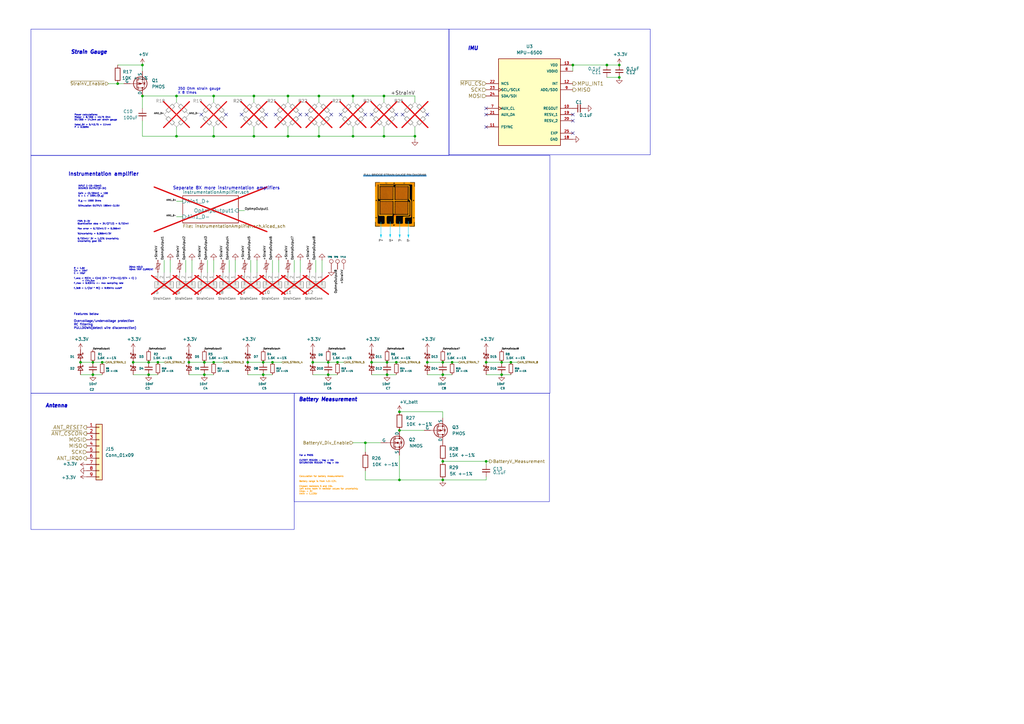
<source format=kicad_sch>
(kicad_sch (version 20250114) (generator "eeschema") (generator_version "9.0")
  (paper "A3")
  (title_block (title "Peripherals") (date "2025-03-08") (rev "1") (company "BCIT BAJA"))
  (lib_symbols
    (symbol "Connector:TestPoint" (pin_numbers (hide yes)) (pin_names (offset 0.762) (hide yes))
      (property "Reference" "TP" (at 0 6.858 0))
      (property "Value" "TestPoint" (at 0 5.08 0))
      (symbol "TestPoint_1_1"
        (pin passive line (at 0 0 90) (length 2.54) (name "1") (number "1"))
      )
    )
    (symbol "Connector_Generic:Conn_01x03" (pin_names (offset 1.016) (hide yes))
      (property "Reference" "J" (at 0 5.08 0))
      (property "Value" "Conn_01x03" (at 0 -5.08 0))
      (symbol "Conn_01x03_1_1"
        (pin passive line (at -5.08 2.54 0) (length 3.81) (name "Pin_1") (number "1"))
        (pin passive line (at -5.08 0 0) (length 3.81) (name "Pin_2") (number "2"))
        (pin passive line (at -5.08 -2.54 0) (length 3.81) (name "Pin_3") (number "3"))
      )
    )
    (symbol "Connector_Generic:Conn_01x09" (pin_names (offset 1.016) (hide yes))
      (property "Reference" "J" (at 0 12.7 0))
      (property "Value" "Conn_01x09" (at 0 -12.7 0))
      (symbol "Conn_01x09_1_1"
        (pin passive line (at -5.08 10.16 0) (length 3.81) (name "Pin_1") (number "1"))
        (pin passive line (at -5.08 7.62 0) (length 3.81) (name "Pin_2") (number "2"))
        (pin passive line (at -5.08 5.08 0) (length 3.81) (name "Pin_3") (number "3"))
        (pin passive line (at -5.08 2.54 0) (length 3.81) (name "Pin_4") (number "4"))
        (pin passive line (at -5.08 0 0) (length 3.81) (name "Pin_5") (number "5"))
        (pin passive line (at -5.08 -2.54 0) (length 3.81) (name "Pin_6") (number "6"))
        (pin passive line (at -5.08 -5.08 0) (length 3.81) (name "Pin_7") (number "7"))
        (pin passive line (at -5.08 -7.62 0) (length 3.81) (name "Pin_8") (number "8"))
        (pin passive line (at -5.08 -10.16 0) (length 3.81) (name "Pin_9") (number "9"))
      )
    )
    (symbol "Device:C_Small" (pin_numbers (hide yes)) (pin_names (offset 0.254) (hide yes))
      (property "Reference" "C" (at 0.254 1.778 0))
      (property "Value" "C_Small" (at 0.254 -2.032 0))
      (symbol "C_Small_1_1"
        (pin passive line (at 0 2.54 270) (length 2.032) (name "~") (number "1"))
        (pin passive line (at 0 -2.54 90) (length 2.032) (name "~") (number "2"))
      )
    )
    (symbol "Device:D_Schottky_Small" (pin_numbers (hide yes)) (pin_names (offset 0.254) (hide yes))
      (property "Reference" "D" (at -1.27 2.032 0))
      (property "Value" "D_Schottky_Small" (at -7.112 -2.032 0))
      (symbol "D_Schottky_Small_1_1"
        (pin passive line (at -2.54 0 0) (length 1.778) (name "K") (number "1"))
        (pin passive line (at 2.54 0 180) (length 1.778) (name "A") (number "2"))
      )
    )
    (symbol "Device:Polyfuse_Small" (pin_numbers (hide yes)) (pin_names (offset 0))
      (property "Reference" "F" (at -1.905 0 90))
      (property "Value" "Polyfuse_Small" (at 1.905 0 90))
      (symbol "Polyfuse_Small_1_1"
        (pin passive line (at 0 2.54 270) (length 0.635) (name "~") (number "1"))
        (pin passive line (at 0 -2.54 90) (length 0.635) (name "~") (number "2"))
      )
    )
    (symbol "Device:R" (pin_numbers (hide yes)) (pin_names (offset 0))
      (property "Reference" "R" (at 2.032 0 90))
      (property "Value" "R" (at 0 0 90))
      (symbol "R_1_1"
        (pin passive line (at 0 3.81 270) (length 1.27) (name "~") (number "1"))
        (pin passive line (at 0 -3.81 90) (length 1.27) (name "~") (number "2"))
      )
    )
    (symbol "Device:R_Small" (pin_numbers (hide yes)) (pin_names (offset 0.254) (hide yes))
      (property "Reference" "R" (at 0.762 0.508 0))
      (property "Value" "R_Small" (at 0.762 -1.016 0))
      (symbol "R_Small_1_1"
        (pin passive line (at 0 2.54 270) (length 0.762) (name "~") (number "1"))
        (pin passive line (at 0 -2.54 90) (length 0.762) (name "~") (number "2"))
      )
    )
    (symbol "MPU6500:MPU-6500" (pin_names (offset 1.016))
      (property "Reference" "U" (at -12.7 19.05 0))
      (property "Value" "MPU-6500" (at -12.7 -19.05 0))
      (symbol "MPU-6500_0_0"
        (pin input line (at -17.78 7.62 0) (length 5.08) (name "NCS") (number "22"))
        (pin input clock (at -17.78 5.08 0) (length 5.08) (name "SCL/SCLK") (number "23"))
        (pin bidirectional line (at -17.78 2.54 0) (length 5.08) (name "SDA/SDI") (number "24"))
        (pin input clock (at -17.78 -2.54 0) (length 5.08) (name "AUX_CL") (number "7"))
        (pin bidirectional line (at -17.78 -5.08 0) (length 5.08) (name "AUX_DA") (number "21"))
        (pin input line (at -17.78 -10.16 0) (length 5.08) (name "FSYNC") (number "11"))
        (pin power_in line (at 17.78 15.24 180) (length 5.08) (name "VDD") (number "13"))
        (pin power_in line (at 17.78 12.7 180) (length 5.08) (name "VDDIO") (number "8"))
        (pin output line (at 17.78 7.62 180) (length 5.08) (name "INT") (number "12"))
        (pin output line (at 17.78 5.08 180) (length 5.08) (name "AD0/SDO") (number "9"))
        (pin output line (at 17.78 -2.54 180) (length 5.08) (name "REGOUT") (number "10"))
        (pin passive line (at 17.78 -5.08 180) (length 5.08) (name "RESV_1") (number "19"))
        (pin passive line (at 17.78 -7.62 180) (length 5.08) (name "RESV_2") (number "20"))
        (pin passive line (at 17.78 -12.7 180) (length 5.08) (name "EXP") (number "25"))
        (pin power_in line (at 17.78 -15.24 180) (length 5.08) (name "GND") (number "18"))
      )
    )
    (symbol "Simulation_SPICE:NMOS" (pin_numbers (hide yes)) (pin_names (offset 0))
      (property "Reference" "Q" (at 5.08 1.27 0))
      (property "Value" "NMOS" (at 5.08 -1.27 0))
      (symbol "NMOS_1_1"
        (pin input line (at -5.08 0 0) (length 2.54) (name "G") (number "2"))
        (pin passive line (at 2.54 5.08 270) (length 2.54) (name "D") (number "1"))
        (pin passive line (at 2.54 -5.08 90) (length 2.54) (name "S") (number "3"))
      )
    )
    (symbol "Simulation_SPICE:PMOS" (pin_numbers (hide yes)) (pin_names (offset 0))
      (property "Reference" "Q" (at 5.08 1.27 0))
      (property "Value" "PMOS" (at 5.08 -1.27 0))
      (symbol "PMOS_1_1"
        (pin input line (at -5.08 0 0) (length 2.54) (name "G") (number "2"))
        (pin passive line (at 2.54 5.08 270) (length 2.54) (name "D") (number "1"))
        (pin passive line (at 2.54 -5.08 90) (length 2.54) (name "S") (number "3"))
      )
    )
    (symbol "power:+BATT" (power) (pin_numbers (hide yes)) (pin_names (offset 0) (hide yes))
      (property "Value" "+BATT" (at 0 3.556 0))
      (symbol "+BATT_1_1"
        (pin power_in line (at 0 0 90) (length 0) (name "~") (number "1"))
      )
    )
    (symbol "power:GND" (power) (pin_numbers (hide yes)) (pin_names (offset 0) (hide yes))
      (property "Value" "GND" (at 0 -3.81 0))
      (symbol "GND_1_1"
        (pin power_in line (at 0 0 270) (length 0) (name "~") (number "1"))
      )
    )
    (symbol "strainGauge:strainGauge" (pin_numbers (hide yes)) (pin_names (offset 0))
      (symbol "strainGauge_1_1"
        (pin passive line (at -5.08 0 0) (length 0) (name "~") (number "4"))
        (pin passive line (at 0 5.08 0) (length 0) (name "~") (number "1"))
        (pin passive line (at 0 -5.08 0) (length 0) (name "~") (number "3"))
        (pin passive line (at 5.08 0 180) (length 0) (name "~") (number "2"))
      )
    )
  )
  (rectangle (start 12.7 63.754) (end 225.552 161.29))
  (rectangle (start 184.15 11.938) (end 266.7 63.5))
  (rectangle (start 12.7 161.29) (end 120.65 217.17))
  (rectangle (start 120.65 161.29) (end 225.3569 205.74))
  (rectangle (start 12.7 11.938) (end 184.15 63.754))
  (text "Battery Measurement" (at 122.428 164.846 0) (effects (font (size 1.5 1.5) (thickness 0.5182) (bold yes) (italic yes)) (justify left bottom)))
  (text "R = 1.6K\nCin = 10nF\nC = 10pF\n\nT_acq < R(Cin + C)ln( [Cin * 2^(N+1)]/(Cin + C) )\n	  < 144.3us\nF_max = 6.93KHz <- max sampling rate\n\nf_3dB = 1/(2pi * RC) = 9.95KHz cutoff\n" (at 30.226 114.3 0) (effects (font (size 0.635 0.635)) (justify left)))
  (text "Instrumentation amplifier " (at 27.94 72.39 0) (effects (font (size 1.5 1.5) (thickness 0.3) (bold yes)) (justify left bottom)))
  (text "For a PMOS\n\nCUTOFF REGION - Vsg < Vth\nSATURATION REGION - Vsg > Vth" (at 122.682 188.468 0) (effects (font (size 0.635 0.635)) (justify left)))
  (text "Antenna" (at 18.542 167.386 0) (effects (font (size 1.5 1.5) (thickness 0.4978) (bold yes) (italic yes)) (justify left bottom)))
  (text "350 Ohm strain gauge\nX 8 times\n" (at 72.898 37.338 0) (effects (font (size 1.016 1.016)) (justify left)))
  (text "20mA HOLD\n40mA TRIP CURRENT" (at 52.832 110.236 0) (effects (font (size 0.635 0.635)) (justify left)))
  (text "IMU\n" (at 191.77 20.828 0) (effects (font (size 1.5 1.5) (thickness 0.4978) (bold yes) (italic yes)) (justify left bottom)))
  (text "Features below\n\nOvervoltage/undervoltage protection\nRC filtering\nPULLDOWN(detect wire disconnection)" (at 30.226 131.826 0) (effects (font (size 0.889 0.889) (thickness 0.1778) (bold yes)) (justify left)))
  (text "\nFSR: 0-3V\nQuantization step = 3V/(2^12) = 0.732mV\n\nMax error = 0.732mV/2 = 0.366mV\n\n%Uncertainty = 0.366mV/3V\n\n0.732mV/ 3V = 1.22% Uncertainty\nUncertainty goal 5%\n\n\n\n" (at 31.75 96.012 0) (effects (font (size 0.635 0.635)) (justify left)))
  (text "Calculation for battery measurement:\n\nBattery range is from 4.5-12V.\n\nChosen resistors 5 and 15k. \nLeft extra room in resistor values for uncertainty\nVmax = 3V\nVmin = 1.125V" (at 122.682 199.136 0) (effects (font (size 0.635 0.635) (thickness 0.127) (bold yes)) (justify left)))
  (text "INPUT (-15-15mV) \nDESIRED OUTPUT(0-3V)\n\nGain = (3/30mV) = 100\nG = 1 + 100K/(R_g)\n\nR_g ~= 1000 Ohms\n\nStimulation OUTPUT: 180mV-3.15V" (at 32.004 80.518 0) (effects (font (size 0.635 0.635)) (justify left)))
  (text "Separate 8X more instrumentation amplifiers" (at 70.866 77.978 0) (effects (font (size 1.27 1.27) (thickness 0.1875)) (justify left bottom)))
  (text "Power calculations:\nRtotal = 8/350 = 43.75 Ohm\n5V/350 = 14.3mA per strain gauge\n\nItotal_5V = 5/43.75 = 114mA\nP = 0.569W" (at 30.48 49.784 0) (effects (font (size 0.635 0.635)) (justify left)))
  (text "Strain Gauge\n" (at 28.956 22.352 0) (effects (font (size 1.5 1.5) (thickness 0.4978) (bold yes) (italic yes)) (justify left bottom)))
  (junction (at 118.11 39.37))
  (junction (at 87.63 55.88))
  (junction (at 134.62 148.59))
  (junction (at 48.26 34.29))
  (junction (at 54.61 148.59))
  (junction (at 158.75 148.59))
  (junction (at 170.18 55.88))
  (junction (at 144.78 39.37))
  (junction (at 234.95 26.67))
  (junction (at 254 26.67))
  (junction (at 175.26 148.59))
  (junction (at 38.1 148.59))
  (junction (at 205.74 153.67))
  (junction (at 60.96 153.67))
  (junction (at 72.39 39.37))
  (junction (at 152.4 148.59))
  (junction (at 149.86 181.61))
  (junction (at 254 31.75))
  (junction (at 130.81 39.37))
  (junction (at 60.96 148.59))
  (junction (at 138.43 148.59))
  (junction (at 111.76 148.59))
  (junction (at 205.74 148.59))
  (junction (at 181.61 196.85))
  (junction (at 199.39 148.59))
  (junction (at 162.56 148.59))
  (junction (at 163.83 176.53))
  (junction (at 87.63 148.59))
  (junction (at 83.82 148.59))
  (junction (at 128.27 148.59))
  (junction (at 248.92 26.67))
  (junction (at 87.63 39.37))
  (junction (at 157.48 39.37))
  (junction (at 104.14 55.88))
  (junction (at 130.81 55.88))
  (junction (at 181.61 148.59))
  (junction (at 163.83 196.85))
  (junction (at 209.55 148.59))
  (junction (at 181.61 189.23))
  (junction (at 157.48 55.88))
  (junction (at 33.02 148.59))
  (junction (at 158.75 153.67))
  (junction (at 38.1 153.67))
  (junction (at 134.62 153.67))
  (junction (at 199.39 189.23))
  (junction (at 107.95 153.67))
  (junction (at 77.47 148.59))
  (junction (at 181.61 153.67))
  (junction (at 118.11 55.88))
  (junction (at 107.95 148.59))
  (junction (at 83.82 153.67))
  (junction (at 41.91 148.59))
  (junction (at 72.39 55.88))
  (junction (at 163.83 168.91))
  (junction (at 101.6 148.59))
  (junction (at 104.14 39.37))
  (junction (at 64.77 148.59))
  (junction (at 185.42 148.59))
  (junction (at 58.42 39.37))
  (junction (at 58.42 26.67))
  (junction (at 144.78 55.88))
  (no_connect (at 125.73 46.99))
  (no_connect (at 109.22 46.99))
  (no_connect (at 82.55 46.99))
  (no_connect (at 135.89 46.99))
  (no_connect (at 139.7 46.99))
  (no_connect (at 199.39 46.99))
  (no_connect (at 162.56 46.99))
  (no_connect (at 152.4 46.99))
  (no_connect (at 165.1 46.99))
  (no_connect (at 113.03 46.99))
  (no_connect (at 123.19 46.99))
  (no_connect (at 199.39 44.45))
  (no_connect (at 149.86 46.99))
  (no_connect (at 99.06 46.99))
  (no_connect (at 234.95 54.61))
  (no_connect (at 234.95 49.53))
  (no_connect (at 92.71 46.99))
  (no_connect (at 199.39 52.07))
  (no_connect (at 234.95 46.99))
  (no_connect (at 175.26 46.99))
  (wire (pts (xy 163.83 168.91) (xy 181.61 168.91)))
  (wire (pts (xy 149.86 193.04) (xy 149.86 196.85)))
  (wire (pts (xy 199.39 153.67) (xy 205.74 153.67)))
  (wire (pts (xy 120.65 106.68) (xy 120.65 111.76)))
  (wire (pts (xy 163.83 196.85) (xy 181.61 196.85)))
  (wire (pts (xy 144.78 39.37) (xy 144.78 41.91)))
  (wire (pts (xy 149.86 196.85) (xy 163.83 196.85)))
  (wire (pts (xy 130.81 55.88) (xy 118.11 55.88)))
  (wire (pts (xy 144.78 181.61) (xy 149.86 181.61)))
  (wire (pts (xy 69.85 106.68) (xy 69.85 111.76)))
  (wire (pts (xy 104.14 39.37) (xy 118.11 39.37)))
  (wire (pts (xy 44.45 34.29) (xy 48.26 34.29)))
  (wire (pts (xy 60.96 153.67) (xy 64.77 153.67)))
  (wire (pts (xy 134.62 148.59) (xy 138.43 148.59)))
  (wire (pts (xy 83.82 148.59) (xy 77.47 148.59)))
  (wire (pts (xy 72.39 55.88) (xy 87.63 55.88)))
  (wire (pts (xy 134.62 153.67) (xy 138.43 153.67)))
  (wire (pts (xy 87.63 148.59) (xy 91.44 148.59)))
  (wire (pts (xy 48.26 34.29) (xy 50.8 34.29)))
  (wire (pts (xy 38.1 148.59) (xy 41.91 148.59)))
  (wire (pts (xy 181.61 168.91) (xy 181.61 171.45)))
  (wire (pts (xy 93.98 106.68) (xy 93.98 111.76)))
  (wire (pts (xy 157.48 39.37) (xy 170.18 39.37)))
  (wire (pts (xy 157.48 55.88) (xy 144.78 55.88)))
  (wire (pts (xy 118.11 39.37) (xy 130.81 39.37)))
  (wire (pts (xy 170.18 55.88) (xy 157.48 55.88)))
  (wire (pts (xy 48.26 26.67) (xy 58.42 26.67)))
  (wire (pts (xy 130.81 39.37) (xy 144.78 39.37)))
  (wire (pts (xy 118.11 55.88) (xy 104.14 55.88)))
  (wire (pts (xy 144.78 55.88) (xy 130.81 55.88)))
  (wire (pts (xy 105.41 106.68) (xy 105.41 111.76)))
  (wire (pts (xy 114.3 106.68) (xy 114.3 111.76)))
  (wire (pts (xy 170.18 52.07) (xy 170.18 55.88)))
  (wire (pts (xy 157.48 55.88) (xy 157.48 52.07)))
  (wire (pts (xy 111.76 148.59) (xy 115.57 148.59)))
  (wire (pts (xy 87.63 39.37) (xy 104.14 39.37)))
  (wire (pts (xy 96.52 106.68) (xy 96.52 111.76)))
  (wire (pts (xy 104.14 55.88) (xy 104.14 52.07)))
  (wire (pts (xy 185.42 148.59) (xy 187.96 148.59)))
  (wire (pts (xy 157.48 39.37) (xy 157.48 41.91)))
  (wire (pts (xy 72.39 39.37) (xy 87.63 39.37)))
  (wire (pts (xy 72.39 82.55) (xy 74.93 82.55)))
  (wire (pts (xy 67.31 106.68) (xy 67.31 111.76)))
  (wire (pts (xy 78.74 106.68) (xy 78.74 111.76)))
  (wire (pts (xy 41.91 148.59) (xy 43.18 148.59)))
  (wire (pts (xy 118.11 55.88) (xy 118.11 52.07)))
  (wire (pts (xy 107.95 148.59) (xy 111.76 148.59)))
  (wire (pts (xy 163.83 176.53) (xy 173.99 176.53)))
  (wire (pts (xy 87.63 106.68) (xy 87.63 111.76)))
  (wire (pts (xy 72.39 55.88) (xy 72.39 52.07)))
  (wire (pts (xy 234.95 26.67) (xy 248.92 26.67)))
  (wire (pts (xy 132.08 106.68) (xy 132.08 111.76)))
  (wire (pts (xy 83.82 148.59) (xy 87.63 148.59)))
  (wire (pts (xy 158.75 148.59) (xy 152.4 148.59)))
  (wire (pts (xy 130.81 39.37) (xy 130.81 41.91)))
  (wire (pts (xy 248.92 26.67) (xy 254 26.67)))
  (wire (pts (xy 101.6 153.67) (xy 107.95 153.67)))
  (wire (pts (xy 85.09 106.68) (xy 85.09 111.76)))
  (wire (pts (xy 83.82 153.67) (xy 87.63 153.67)))
  (wire (pts (xy 158.75 153.67) (xy 162.56 153.67)))
  (wire (pts (xy 58.42 39.37) (xy 58.42 44.45)))
  (wire (pts (xy 77.47 153.67) (xy 83.82 153.67)))
  (wire (pts (xy 181.61 189.23) (xy 199.39 189.23)))
  (wire (pts (xy 33.02 153.67) (xy 38.1 153.67)))
  (wire (pts (xy 87.63 39.37) (xy 87.63 41.91)))
  (wire (pts (xy 181.61 153.67) (xy 185.42 153.67)))
  (wire (pts (xy 234.95 26.67) (xy 234.95 29.21)))
  (wire (pts (xy 107.95 153.67) (xy 111.76 153.67)))
  (wire (pts (xy 97.79 86.36) (xy 100.33 86.36)))
  (wire (pts (xy 149.86 181.61) (xy 149.86 185.42)))
  (wire (pts (xy 58.42 26.67) (xy 58.42 29.21)))
  (wire (pts (xy 205.74 148.59) (xy 209.55 148.59)))
  (wire (pts (xy 111.76 106.68) (xy 111.76 111.76)))
  (wire (pts (xy 87.63 55.88) (xy 104.14 55.88)))
  (wire (pts (xy 72.39 39.37) (xy 72.39 41.91)))
  (wire (pts (xy 152.4 153.67) (xy 158.75 153.67)))
  (wire (pts (xy 58.42 49.53) (xy 58.42 55.88)))
  (wire (pts (xy 205.74 153.67) (xy 209.55 153.67)))
  (wire (pts (xy 138.43 148.59) (xy 140.97 148.59)))
  (wire (pts (xy 158.75 148.59) (xy 162.56 148.59)))
  (wire (pts (xy 130.81 55.88) (xy 130.81 52.07)))
  (wire (pts (xy 199.39 195.58) (xy 199.39 196.85)))
  (wire (pts (xy 123.19 106.68) (xy 123.19 111.76)))
  (wire (pts (xy 205.74 148.59) (xy 199.39 148.59)))
  (wire (pts (xy 74.93 88.9) (xy 72.39 88.9)))
  (wire (pts (xy 248.92 31.75) (xy 254 31.75)))
  (wire (pts (xy 60.96 148.59) (xy 64.77 148.59)))
  (wire (pts (xy 64.77 148.59) (xy 67.31 148.59)))
  (wire (pts (xy 38.1 153.67) (xy 41.91 153.67)))
  (wire (pts (xy 170.18 55.88) (xy 170.18 57.15)))
  (wire (pts (xy 104.14 39.37) (xy 104.14 41.91)))
  (wire (pts (xy 102.87 106.68) (xy 102.87 111.76)))
  (wire (pts (xy 144.78 39.37) (xy 157.48 39.37)))
  (wire (pts (xy 76.2 106.68) (xy 76.2 111.76)))
  (wire (pts (xy 175.26 153.67) (xy 181.61 153.67)))
  (wire (pts (xy 54.61 153.67) (xy 60.96 153.67)))
  (wire (pts (xy 58.42 39.37) (xy 72.39 39.37)))
  (wire (pts (xy 181.61 148.59) (xy 175.26 148.59)))
  (wire (pts (xy 162.56 148.59) (xy 163.83 148.59)))
  (wire (pts (xy 134.62 148.59) (xy 128.27 148.59)))
  (wire (pts (xy 58.42 55.88) (xy 72.39 55.88)))
  (wire (pts (xy 128.27 153.67) (xy 134.62 153.67)))
  (wire (pts (xy 87.63 55.88) (xy 87.63 52.07)))
  (wire (pts (xy 156.21 181.61) (xy 149.86 181.61)))
  (wire (pts (xy 60.96 148.59) (xy 54.61 148.59)))
  (wire (pts (xy 209.55 148.59) (xy 212.09 148.59)))
  (wire (pts (xy 199.39 196.85) (xy 181.61 196.85)))
  (wire (pts (xy 129.54 106.68) (xy 129.54 111.76)))
  (wire (pts (xy 33.02 148.59) (xy 38.1 148.59)))
  (wire (pts (xy 118.11 39.37) (xy 118.11 41.91)))
  (wire (pts (xy 199.39 189.23) (xy 199.39 190.5)))
  (wire (pts (xy 163.83 186.69) (xy 163.83 196.85)))
  (wire (pts (xy 101.6 148.59) (xy 107.95 148.59)))
  (wire (pts (xy 199.39 189.23) (xy 200.66 189.23)))
  (wire (pts (xy 170.18 39.37) (xy 170.18 41.91)))
  (wire (pts (xy 144.78 55.88) (xy 144.78 52.07)))
  (wire (pts (xy 181.61 148.59) (xy 185.42 148.59)))
  (image (at 163.322 85.09) (scale 0.0627768))
  (label "AIN1_D-" (at 72.39 88.9 180) (effects (font (size 0.635 0.635))))
  (label "OpAmpOutput6" (at 158.75 143.51 0) (effects (font (size 0.635 0.635))))
  (label "OpAmpOutput7" (at 181.61 143.51 0) (effects (font (size 0.635 0.635))))
  (label "OpAmpOutput3" (at 83.82 143.51 0) (effects (font (size 0.635 0.635))))
  (label "+StrainV" (at 140.97 110.49 270) (effects (font (size 0.889 0.889))))
  (label "+StrainV" (at 73.66 106.68 90) (effects (font (size 0.889 0.889))))
  (label "OpAmpOutput2" (at 76.2 106.68 90) (effects (font (size 0.889 0.889))))
  (label "OpAmpOutput5" (at 102.87 106.68 90) (effects (font (size 0.889 0.889))))
  (label "AIN1_D+" (at 72.39 82.55 180) (effects (font (size 0.635 0.635))))
  (label "+StrainV" (at 118.11 106.68 90) (effects (font (size 0.889 0.889))))
  (label "+StrainV" (at 100.33 106.68 90) (effects (font (size 0.889 0.889))))
  (label "OpAmpOutput3" (at 85.09 106.68 90) (effects (font (size 0.889 0.889))))
  (label "OpAmpOutput8" (at 138.43 110.49 270) (effects (font (size 0.889 0.889))))
  (label "+StrainV" (at 170.18 39.37 180) (effects (font (size 1.4986 1.4986))))
  (label "OpAmpOutput4" (at 107.95 143.51 0) (effects (font (size 0.635 0.635))))
  (label "+StrainV" (at 127 106.68 90) (effects (font (size 0.889 0.889))))
  (label "OpAmpOutput1" (at 67.31 106.68 90) (effects (font (size 0.889 0.889))))
  (label "OpAmpOutput4" (at 93.98 106.68 90) (effects (font (size 0.889 0.889))))
  (label "OpAmpOutput2" (at 60.96 143.51 0) (effects (font (size 0.635 0.635))))
  (label "OpAmpOutput8" (at 205.74 143.51 0) (effects (font (size 0.635 0.635))))
  (label "OpAmpOutput1" (at 38.1 143.51 0) (effects (font (size 0.635 0.635))))
  (label "OpAmpOutput7" (at 120.65 106.68 90) (effects (font (size 0.889 0.889))))
  (label "OpAmpOutput5" (at 134.62 143.51 0) (effects (font (size 0.635 0.635))))
  (label "+StrainV" (at 91.44 106.68 90) (effects (font (size 0.889 0.889))))
  (label "AIN1_D+" (at 67.31 46.99 180) (effects (font (size 0.635 0.635))))
  (label "AIN1_D-" (at 77.47 46.99 0) (effects (font (size 0.635 0.635))))
  (label "OpAmpOutput8" (at 129.54 106.68 90) (effects (font (size 0.889 0.889))))
  (label "+StrainV" (at 82.55 106.68 90) (effects (font (size 0.889 0.889))))
  (label "OpAmpOutput1" (at 100.33 86.36 0) (effects (font (size 0.889 0.889))))
  (label "+StrainV" (at 64.77 106.68 90) (effects (font (size 0.889 0.889))))
  (label "+StrainV" (at 109.22 106.68 90) (effects (font (size 0.889 0.889))))
  (label "OpAmpOutput6" (at 111.76 106.68 90) (effects (font (size 0.889 0.889))))
  (hierarchical_label "ANT_IRQ0" (shape output) (at 35.56 187.96 180) (effects (font (size 1.4986 1.4986))))
  (hierarchical_label "AIN_STRAIN_5" (shape input) (at 140.97 148.59 0) (effects (font (size 0.762 0.762))))
  (hierarchical_label "AIN_STRAIN_6" (shape input) (at 163.83 148.59 0) (effects (font (size 0.762 0.762))))
  (hierarchical_label "ANT_RESET" (shape output) (at 35.56 175.26 180) (effects (font (size 1.4986 1.4986) (italic yes))))
  (hierarchical_label "AIN_STRAIN_3" (shape input) (at 91.44 148.59 0) (effects (font (size 0.762 0.762))))
  (hierarchical_label "AIN_STRAIN_8" (shape input) (at 212.09 148.59 0) (effects (font (size 0.762 0.762))))
  (hierarchical_label "MOSI" (shape input) (at 35.56 180.34 180) (effects (font (size 1.4986 1.4986))))
  (hierarchical_label "SCK" (shape input) (at 35.56 185.42 180) (effects (font (size 1.4986 1.4986))))
  (hierarchical_label "AIN_STRAIN_1" (shape input) (at 43.18 148.59 0) (effects (font (size 0.762 0.762))))
  (hierarchical_label "AIN_STRAIN_2" (shape input) (at 67.31 148.59 0) (effects (font (size 0.762 0.762))))
  (hierarchical_label "BatteryV_Div_Enable" (shape input) (at 144.78 181.61 180))
  (hierarchical_label "MISO" (shape output) (at 234.95 36.83 0) (effects (font (size 1.4986 1.4986))))
  (hierarchical_label "BatteryV_Measurement" (shape output) (at 200.66 189.23 0))
  (hierarchical_label "MOSI" (shape input) (at 199.39 39.37 180) (effects (font (size 1.4986 1.4986))))
  (hierarchical_label "~{MPU_CS}" (shape input) (at 199.39 34.29 180) (effects (font (size 1.4986 1.4986))))
  (hierarchical_label "AIN_STRAIN_7" (shape input) (at 187.96 148.59 0) (effects (font (size 0.762 0.762))))
  (hierarchical_label "~{StrainV_Enable}" (shape input) (at 44.45 34.29 180))
  (hierarchical_label "SCK" (shape input) (at 199.39 36.83 180) (effects (font (size 1.4986 1.4986))))
  (hierarchical_label "AIN_STRAIN_4" (shape input) (at 115.57 148.59 0) (effects (font (size 0.762 0.762))))
  (hierarchical_label "~{ANT_CSCON}" (shape output) (at 35.56 177.8 180) (effects (font (size 1.4986 1.4986) (italic yes))))
  (hierarchical_label "MPU_INT1" (shape output) (at 234.95 34.29 0) (effects (font (size 1.4986 1.4986))))
  (hierarchical_label "MISO" (shape output) (at 35.56 182.88 180) (effects (font (size 1.4986 1.4986))))
  (symbol (lib_id "power:GND") (at 38.1 153.67 0) (unit 1)
    (property "Reference" "#PWR022" (effects (hide yes)))
    (property "Value" "GND" (effects (hide yes)))
    (property "Description" "Power symbol creates a global label with name \"GND\" , ground" (effects (hide yes)))
  )
  (symbol (lib_id "power:GND") (at 87.63 106.68 180) (unit 1)
    (property "Reference" "#PWR039" (effects (hide yes)))
    (property "Value" "GND" (effects (hide yes)))
    (property "Description" "Power symbol creates a global label with name \"GND\" , ground" (effects (hide yes)))
  )
  (symbol (lib_id "power:+BATT") (at 58.42 26.67 0) (unit 1)
    (property "Reference" "#PWR041" (effects (hide yes)))
    (property "Value" "+5V" (at 58.801 22.2758 0))
    (property "Description" "Power symbol creates a global label with name \"+BATT\"" (effects (hide yes)))
  )
  (symbol (lib_id "power:+BATT") (at 101.6 143.51 0) (unit 1)
    (property "Reference" "#PWR027" (effects (hide yes)))
    (property "Value" "+3.3V" (at 101.981 139.1158 0))
    (property "Description" "Power symbol creates a global label with name \"+BATT\"" (effects (hide yes)))
  )
  (symbol (lib_id "power:GND") (at 205.74 153.67 0) (mirror y) (unit 1)
    (property "Reference" "#PWR036" (effects (hide yes)))
    (property "Value" "GND" (effects (hide yes)))
    (property "Description" "Power symbol creates a global label with name \"GND\" , ground" (effects (hide yes)))
  )
  (symbol (lib_id "Connector_Generic:Conn_01x03") (at 120.65 116.84 270) (unit 1) (dnp yes)
    (property "Reference" "J11" (at 116.078 119.888 90) (effects (justify left)))
    (property "Value" "StrainConn" (at 116.078 122.428 90) (effects (font (size 0.889 0.889)) (justify left)))
    (property "Footprint" "JST_3PIN:JST_B3B-XH-A" (effects (hide yes)))
    (property "Description" "Generic connector, single row, 01x03, script generated (kicad-library-utils/schlib/autogen/connector/)" (effects (hide yes)))
    (property "Distributor link" "https://www.digikey.ca/en/products/detail/jst-sales-america-inc/B3B-XH-A/1651046" (effects (hide yes)))
    (property "Manufacturer" "JST Sales America Inc." (effects (hide yes)))
    (property "Manufacturer Part Number" "B3B-XH-A" (effects (hide yes)))
  )
  (symbol (lib_id "Device:C_Small") (at 158.75 151.13 0) (mirror y) (unit 1)
    (property "Reference" "C7" (at 158.242 159.258 0) (effects (font (size 0.889 0.889)) (justify right)))
    (property "Value" "10nF" (at 156.718 157.48 0) (effects (font (size 0.889 0.889)) (justify right)))
    (property "Footprint" "Capacitor_SMD:C_0805_2012Metric_Pad1.18x1.45mm_HandSolder" (effects (hide yes)))
    (property "Description" "Unpolarized capacitor, small symbol" (effects (hide yes)))
    (property "Distributor link" "https://www.digikey.ca/en/products/detail/kemet/C0805C103J3GECAUTO/8647361" (effects (hide yes)))
    (property "Manufacturer Part Number" "C0805C103J3GECAUTO" (effects (hide yes)))
    (property "Price per unit" "0.24700" (effects (hide yes)))
  )
  (symbol (lib_id "power:+BATT") (at 35.56 190.5 90) (mirror x) (unit 1)
    (property "Reference" "#PWR056" (effects (hide yes)))
    (property "Value" "+3.3V" (at 28.702 190.246 90))
    (property "Description" "Power symbol creates a global label with name \"+BATT\"" (effects (hide yes)))
  )
  (symbol (lib_id "Connector:TestPoint") (at 140.97 110.49 0) (unit 1)
    (property "Reference" "TP10" (at 139.446 105.41 0) (effects (font (size 0.635 0.635)) (justify left)))
    (property "Value" "TestPoint" (effects (hide yes)))
    (property "Footprint" "TestPoint:TestPoint_Pad_D1.5mm" (effects (hide yes)))
    (property "Description" "test point" (effects (hide yes)))
  )
  (symbol (lib_id "Device:D_Schottky_Small") (at 101.6 146.05 90) (mirror x) (unit 1)
    (property "Reference" "D7" (at 105.918 146.304 90) (effects (font (size 0.889 0.889)) (justify left)))
    (property "Value" "D_Schottky_Small" (effects (hide yes)))
    (property "Footprint" "Diode_SMD:D_SOD-123" (effects (hide yes)))
    (property "Description" "Schottky diode, small symbol" (effects (hide yes)))
    (property "Distributor link" "https://www.digikey.ca/en/products/detail/diodes-incorporated/MMSZ5226BQ-7-F/16547962?s=N4IgTCBcDaILJwMoC0CsYwDYBCBFAtAOz4BiIAugL5A" (effects (hide yes)))
    (property "Manufacturer" "Diodes Incorporated" (effects (hide yes)))
    (property "Manufacturer Part Number" "MMSZ5226BQ-7-F" (effects (hide yes)))
  )
  (symbol (lib_id "Device:Polyfuse_Small") (at 82.55 109.22 0) (mirror y) (unit 1)
    (property "Reference" "F4" (effects (hide yes)))
    (property "Value" "Polyfuse_Small" (effects (hide yes)))
    (property "Footprint" "Resistor_SMD:R_0603_1608Metric_Pad0.98x0.95mm_HandSolder" (effects (hide yes)))
    (property "Description" "Resettable fuse, polymeric positive temperature coefficient, small symbol" (effects (hide yes)))
    (property "Distributor link" "https://www.digikey.ca/en/products/detail/epcos-tdk-electronics/B59622A0090A062/3500748" (effects (hide yes)))
    (property "Manufacturer" "EPCOS - TDK Electronics" (effects (hide yes)))
    (property "Manufacturer Part Number" "B59622A0090A062" (effects (hide yes)))
  )
  (symbol (lib_id "Connector_Generic:Conn_01x03") (at 76.2 116.84 270) (unit 1) (dnp yes)
    (property "Reference" "J6" (at 71.628 119.888 90) (effects (justify left)))
    (property "Value" "StrainConn" (at 71.628 122.428 90) (effects (font (size 0.889 0.889)) (justify left)))
    (property "Footprint" "JST_3PIN:JST_B3B-XH-A" (effects (hide yes)))
    (property "Description" "Generic connector, single row, 01x03, script generated (kicad-library-utils/schlib/autogen/connector/)" (effects (hide yes)))
    (property "Distributor link" "https://www.digikey.ca/en/products/detail/jst-sales-america-inc/B3B-XH-A/1651046" (effects (hide yes)))
    (property "Manufacturer" "JST Sales America Inc." (effects (hide yes)))
    (property "Manufacturer Part Number" "B3B-XH-A" (effects (hide yes)))
  )
  (symbol (lib_id "Device:R_Small") (at 107.95 146.05 0) (mirror y) (unit 1)
    (property "Reference" "R4" (at 109.474 145.288 0) (effects (font (size 0.889 0.889)) (justify right)))
    (property "Value" "1.6K +-1%" (at 109.728 146.812 0) (effects (font (size 0.889 0.889)) (justify right)))
    (property "Footprint" "Resistor_SMD:R_0805_2012Metric_Pad1.20x1.40mm_HandSolder" (effects (hide yes)))
    (property "Description" "Resistor, small symbol" (effects (hide yes)))
    (property "Distributor link" "https://www.digikey.ca/en/products/detail/yageo/RC0805FR-071K6L/727504?s=N4IgTCBcDaIEoGEAMAOJBWAYnAtEg7AIwDSAbADIgC6AvkA" (effects (hide yes)))
    (property "Manufacturer" "YAGEO" (effects (hide yes)))
    (property "Manufacturer Part Number" "RC0402FR-071K6L" (effects (hide yes)))
    (property "Price per unit" "0.012" (effects (hide yes)))
  )
  (symbol (lib_id "power:GND") (at 254 31.75 0) (unit 1)
    (property "Reference" "#PWR085" (effects (hide yes)))
    (property "Value" "GND" (effects (hide yes)))
    (property "Description" "Power symbol creates a global label with name \"GND\" , ground" (effects (hide yes)))
  )
  (symbol (lib_id "Device:D_Schottky_Small") (at 128.27 146.05 90) (mirror x) (unit 1)
    (property "Reference" "D9" (at 130.556 145.542 90) (effects (font (size 0.889 0.889)) (justify right)))
    (property "Value" "D_Schottky_Small" (effects (hide yes)))
    (property "Footprint" "Diode_SMD:D_SOD-123" (effects (hide yes)))
    (property "Description" "Schottky diode, small symbol" (effects (hide yes)))
    (property "Distributor link" "https://www.digikey.ca/en/products/detail/diodes-incorporated/MMSZ5226BQ-7-F/16547962?s=N4IgTCBcDaILJwMoC0CsYwDYBCBFAtAOz4BiIAugL5A" (effects (hide yes)))
    (property "Manufacturer" "Diodes Incorporated" (effects (hide yes)))
    (property "Manufacturer Part Number" "MMSZ5226BQ-7-F" (effects (hide yes)))
  )
  (symbol (lib_id "power:GND") (at 134.62 153.67 0) (mirror y) (unit 1)
    (property "Reference" "#PWR030" (effects (hide yes)))
    (property "Value" "GND" (effects (hide yes)))
    (property "Description" "Power symbol creates a global label with name \"GND\" , ground" (effects (hide yes)))
  )
  (symbol (lib_id "Connector_Generic:Conn_01x03") (at 93.98 116.84 270) (unit 1) (dnp yes)
    (property "Reference" "J8" (at 89.408 119.888 90) (effects (justify left)))
    (property "Value" "StrainConn" (at 89.408 122.428 90) (effects (font (size 0.889 0.889)) (justify left)))
    (property "Footprint" "JST_3PIN:JST_B3B-XH-A" (effects (hide yes)))
    (property "Description" "Generic connector, single row, 01x03, script generated (kicad-library-utils/schlib/autogen/connector/)" (effects (hide yes)))
    (property "Distributor link" "https://www.digikey.ca/en/products/detail/jst-sales-america-inc/B3B-XH-A/1651046" (effects (hide yes)))
    (property "Manufacturer" "JST Sales America Inc." (effects (hide yes)))
    (property "Manufacturer Part Number" "B3B-XH-A" (effects (hide yes)))
  )
  (symbol (lib_id "Device:D_Schottky_Small") (at 175.26 146.05 90) (mirror x) (unit 1)
    (property "Reference" "D13" (at 179.578 146.304 90) (effects (font (size 0.889 0.889)) (justify left)))
    (property "Value" "D_Schottky_Small" (effects (hide yes)))
    (property "Footprint" "Diode_SMD:D_SOD-123" (effects (hide yes)))
    (property "Description" "Schottky diode, small symbol" (effects (hide yes)))
    (property "Distributor link" "https://www.digikey.ca/en/products/detail/diodes-incorporated/MMSZ5226BQ-7-F/16547962?s=N4IgTCBcDaILJwMoC0CsYwDYBCBFAtAOz4BiIAugL5A" (effects (hide yes)))
    (property "Manufacturer" "Diodes Incorporated" (effects (hide yes)))
    (property "Manufacturer Part Number" "MMSZ5226BQ-7-F" (effects (hide yes)))
  )
  (symbol (lib_id "power:GND") (at 96.52 106.68 180) (unit 1)
    (property "Reference" "#PWR040" (effects (hide yes)))
    (property "Value" "GND" (effects (hide yes)))
    (property "Description" "Power symbol creates a global label with name \"GND\" , ground" (effects (hide yes)))
  )
  (symbol (lib_id "Simulation_SPICE:PMOS") (at 179.07 176.53 0) (mirror x) (unit 1)
    (property "Reference" "Q3" (at 185.42 175.2599 0) (effects (justify left)))
    (property "Value" "PMOS" (at 185.42 177.7999 0) (effects (justify left)))
    (property "Footprint" "Package_TO_SOT_SMD:TSOT-23" (effects (hide yes)))
    (property "Datasheet" "https://www.digikey.ca/en/products/detail/onsemi/NVTR01P02LT1G/5969313?gclsrc=aw.ds&&utm_adgroup=General&utm_source=google&utm_medium=cpc&utm_campaign=PMax%20Shopping_Product_Zombie%20SKUs&utm_term=&productid=5969313&utm_content=General&utm_id=go_cmp-17855401585_adg-_ad-__dev-c_ext-_prd-5969313_sig-CjwKCAjwq7fABhB2EiwAwk-YbCdzxZ8I_ROXJb3JHufdx-zHWTW_khwVTeU3PeYqFBXyUwEnEgnIlhoCDXMQAvD_BwE&gad_source=1&gbraid=0AAAAADrbLli6YGlW8y5wc6i5rQyT2Z2qc&gclid=CjwKCAjwq7fABhB2EiwAwk-YbCdzxZ8I_ROXJb3JHufdx-zHWTW_khwVTeU3PeYqFBXyUwEnEgnIlhoCDXMQAvD_BwE&gclsrc=aw.ds" (effects (hide yes)))
    (property "Description" "P-MOSFET transistor, drain/source/gate" (effects (hide yes)))
    (property "Distributor link" "https://www.digikey.ca/en/products/detail/onsemi/NVTR01P02LT1G/5969313?gclsrc=aw.ds&&utm_adgroup=General&utm_source=google&utm_medium=cpc&utm_campaign=PMax%20Shopping_Product_Zombie%20SKUs&utm_term=&productid=5969313&utm_content=General&utm_id=go_cmp-17855401585_adg-_ad-__dev-c_ext-_prd-5969313_sig-CjwKCAjwq7fABhB2EiwAwk-YbCdzxZ8I_ROXJb3JHufdx-zHWTW_khwVTeU3PeYqFBXyUwEnEgnIlhoCDXMQAvD_BwE&gad_source=1&gbraid=0AAAAADrbLli6YGlW8y5wc6i5rQyT2Z2qc&gclid=CjwKCAjwq7fABhB2EiwAwk-YbCdzxZ8I_ROXJb3JHufdx-zHWTW_khwVTeU3PeYqFBXyUwEnEgnIlhoCDXMQAvD_BwE&gclsrc=aw.ds" (effects (hide yes)))
    (property "Manufacturer Part Number" "NVTR01P02LT1G" (effects (hide yes)))
    (property "Price per unit" "0.71" (effects (hide yes)))
    (property "Manufacturer" "onsemi" (effects (hide yes)))
  )
  (symbol (lib_id "strainGauge:strainGauge") (at 170.18 46.99 0) (unit 1) (in_bom no) (dnp yes)
    (property "Reference" "R25" (at 163.576 41.402 0))
    (property "Value" "strainGauge" (effects (hide yes)))
    (property "Description" "Resistor, rotated by 45°" (effects (hide yes)))
  )
  (symbol (lib_id "Device:C_Small") (at 38.1 151.13 0) (unit 1)
    (property "Reference" "C2" (at 38.608 159.766 0) (effects (font (size 0.889 0.889)) (justify right)))
    (property "Value" "10nF" (at 39.878 157.48 0) (effects (font (size 0.889 0.889)) (justify right)))
    (property "Footprint" "Capacitor_SMD:C_0805_2012Metric_Pad1.18x1.45mm_HandSolder" (effects (hide yes)))
    (property "Description" "Unpolarized capacitor, small symbol" (effects (hide yes)))
    (property "Distributor link" "https://www.digikey.ca/en/products/detail/kemet/C0805C103J3GECAUTO/8647361" (effects (hide yes)))
    (property "Manufacturer Part Number" "C0805C103J3GECAUTO" (effects (hide yes)))
    (property "Price per unit" "0.24700" (effects (hide yes)))
  )
  (symbol (lib_id "power:GND") (at 181.61 196.85 0) (unit 1)
    (property "Reference" "#PWR054" (effects (hide yes)))
    (property "Value" "GND" (effects (hide yes)))
    (property "Description" "Power symbol creates a global label with name \"GND\" , ground" (effects (hide yes)))
  )
  (symbol (lib_id "Simulation_SPICE:NMOS") (at 161.29 181.61 0) (unit 1)
    (property "Reference" "Q2" (at 167.64 180.3399 0) (effects (justify left)))
    (property "Value" "NMOS" (at 167.894 182.88 0) (effects (justify left)))
    (property "Footprint" "Package_TO_SOT_SMD:TSOT-23" (effects (hide yes)))
    (property "Datasheet" "https://www.digikey.ca/en/products/detail/onsemi/NTR4003NT3G/1967271?gclsrc=aw.ds&&utm_adgroup=General&utm_source=google&utm_medium=cpc&utm_campaign=PMax%20Shopping_Product_Zombie%20SKUs&utm_term=&productid=1967271&utm_content=General&utm_id=go_cmp-17855401585_adg-_ad-__dev-c_ext-_prd-1967271_sig-CjwKCAjwq7fABhB2EiwAwk-YbFJqpYQlYIhkgtWqhIxcVob4GPSdEPXc6bIcNIfS9s96qRU90U7eOhoCR2AQAvD_BwE&gad_source=1&gbraid=0AAAAADrbLli6YGlW8y5wc6i5rQyT2Z2qc&gclid=CjwKCAjwq7fABhB2EiwAwk-YbFJqpYQlYIhkgtWqhIxcVob4GPSdEPXc6bIcNIfS9s96qRU90U7eOhoCR2AQAvD_BwE&gclsrc=aw.ds" (effects (hide yes)))
    (property "Description" "N-MOSFET transistor, drain/source/gate" (effects (hide yes)))
    (property "Distributor link" "https://www.digikey.ca/en/products/detail/onsemi/NTR4003NT3G/1967271?gclsrc=aw.ds&&utm_adgroup=General&utm_source=google&utm_medium=cpc&utm_campaign=PMax%20Shopping_Product_Zombie%20SKUs&utm_term=&productid=1967271&utm_content=General&utm_id=go_cmp-17855401585_adg-_ad-__dev-c_ext-_prd-1967271_sig-CjwKCAjwq7fABhB2EiwAwk-YbFJqpYQlYIhkgtWqhIxcVob4GPSdEPXc6bIcNIfS9s96qRU90U7eOhoCR2AQAvD_BwE&gad_source=1&gbraid=0AAAAADrbLli6YGlW8y5wc6i5rQyT2Z2qc&gclid=CjwKCAjwq7fABhB2EiwAwk-YbFJqpYQlYIhkgtWqhIxcVob4GPSdEPXc6bIcNIfS9s96qRU90U7eOhoCR2AQAvD_BwE&gclsrc=aw.ds" (effects (hide yes)))
    (property "Manufacturer Part Number" "NTR4003NT3G" (effects (hide yes)))
    (property "Price per unit" "0.35" (effects (hide yes)))
    (property "Manufacturer" "onsemi" (effects (hide yes)))
  )
  (symbol (lib_id "power:GND") (at 170.18 57.15 0) (unit 1)
    (property "Reference" "#PWR047" (effects (hide yes)))
    (property "Value" "GND" (effects (hide yes)))
    (property "Description" "Power symbol creates a global label with name \"GND\" , ground" (effects (hide yes)))
  )
  (symbol (lib_id "Device:R") (at 163.83 172.72 180) (unit 1)
    (property "Reference" "R27" (at 166.37 171.4499 0) (effects (justify right)))
    (property "Value" "10K +-1%" (at 166.624 173.99 0) (effects (justify right)))
    (property "Footprint" "Resistor_SMD:R_0805_2012Metric_Pad1.20x1.40mm_HandSolder" (effects (hide yes)))
    (property "Description" "Resistor" (effects (hide yes)))
    (property "Distributor link" "https://www.digikey.ca/en/products/detail/koa-speer-electronics-inc/RK73H2ATTD1002F/10234111" (effects (hide yes)))
    (property "Manufacturer Part Number" "RK73H2ATTD1002F" (effects (hide yes)))
    (property "Price per unit" "0.16" (effects (hide yes)))
    (property "Manufacturer" "KOA Speer Electronics, Inc." (effects (hide yes)))
  )
  (symbol (lib_id "Device:C_Small") (at 107.95 151.13 0) (mirror y) (unit 1)
    (property "Reference" "C5" (at 107.442 159.258 0) (effects (font (size 0.889 0.889)) (justify right)))
    (property "Value" "10nF" (at 105.918 157.48 0) (effects (font (size 0.889 0.889)) (justify right)))
    (property "Footprint" "Capacitor_SMD:C_0805_2012Metric_Pad1.18x1.45mm_HandSolder" (effects (hide yes)))
    (property "Description" "Unpolarized capacitor, small symbol" (effects (hide yes)))
    (property "Distributor link" "https://www.digikey.ca/en/products/detail/kemet/C0805C103J3GECAUTO/8647361" (effects (hide yes)))
    (property "Manufacturer Part Number" "C0805C103J3GECAUTO" (effects (hide yes)))
    (property "Price per unit" "0.24700" (effects (hide yes)))
  )
  (symbol (lib_id "power:GND") (at 234.95 57.15 90) (unit 1)
    (property "Reference" "#PWR084" (effects (hide yes)))
    (property "Value" "GND" (effects (hide yes)))
    (property "Description" "Power symbol creates a global label with name \"GND\" , ground" (effects (hide yes)))
  )
  (symbol (lib_id "Device:R_Small") (at 209.55 151.13 0) (unit 1)
    (property "Reference" "R16" (at 211.074 151.13 0) (effects (font (size 0.635 0.635)) (justify left)))
    (property "Value" "1M +-1%" (at 211.074 152.146 0) (effects (font (size 0.635 0.635)) (justify left)))
    (property "Footprint" "Resistor_SMD:R_0805_2012Metric_Pad1.20x1.40mm_HandSolder" (effects (hide yes)))
    (property "Description" "Resistor, small symbol" (effects (hide yes)))
    (property "Distributor link" "https://www.digikey.ca/en/products/detail/vishay-dale/CRCW08051M00FKEA/1176016" (effects (hide yes)))
    (property "Manufacturer" "Vishay Dale" (effects (hide yes)))
    (property "Manufacturer Part Number" "CRCW08051M00FKEA" (effects (hide yes)))
  )
  (symbol (lib_id "Device:C_Small") (at 181.61 151.13 0) (mirror y) (unit 1)
    (property "Reference" "C8" (at 181.102 159.258 0) (effects (font (size 0.889 0.889)) (justify right)))
    (property "Value" "10nF" (at 179.578 157.48 0) (effects (font (size 0.889 0.889)) (justify right)))
    (property "Footprint" "Capacitor_SMD:C_0805_2012Metric_Pad1.18x1.45mm_HandSolder" (effects (hide yes)))
    (property "Description" "Unpolarized capacitor, small symbol" (effects (hide yes)))
    (property "Distributor link" "https://www.digikey.ca/en/products/detail/kemet/C0805C103J3GECAUTO/8647361" (effects (hide yes)))
    (property "Manufacturer Part Number" "C0805C103J3GECAUTO" (effects (hide yes)))
    (property "Price per unit" "0.24700" (effects (hide yes)))
  )
  (symbol (lib_id "Device:Polyfuse_Small") (at 118.11 109.22 0) (mirror y) (unit 1)
    (property "Reference" "F8" (effects (hide yes)))
    (property "Value" "Polyfuse_Small" (effects (hide yes)))
    (property "Footprint" "Resistor_SMD:R_0603_1608Metric_Pad0.98x0.95mm_HandSolder" (effects (hide yes)))
    (property "Description" "Resettable fuse, polymeric positive temperature coefficient, small symbol" (effects (hide yes)))
    (property "Distributor link" "https://www.digikey.ca/en/products/detail/epcos-tdk-electronics/B59622A0090A062/3500748" (effects (hide yes)))
    (property "Manufacturer" "EPCOS - TDK Electronics" (effects (hide yes)))
    (property "Manufacturer Part Number" "B59622A0090A062" (effects (hide yes)))
  )
  (symbol (lib_id "Device:R") (at 181.61 185.42 180) (unit 1)
    (property "Reference" "R28" (at 184.15 184.1499 0) (effects (justify right)))
    (property "Value" "15K +-1%" (at 184.15 186.6899 0) (effects (justify right)))
    (property "Footprint" "Resistor_SMD:R_0805_2012Metric_Pad1.20x1.40mm_HandSolder" (effects (hide yes)))
    (property "Description" "Resistor" (effects (hide yes)))
    (property "Distributor link" "https://www.digikey.ca/en/products/detail/yageo/AC0805FR-0715KL/5896576" (effects (hide yes)))
    (property "Manufacturer Part Number" "AC0805FR-0715KL" (effects (hide yes)))
    (property "Price per unit" "0.16" (effects (hide yes)))
    (property "Manufacturer" "YAGEO" (effects (hide yes)))
  )
  (symbol (lib_id "Device:D_Schottky_Small") (at 128.27 151.13 90) (mirror x) (unit 1)
    (property "Reference" "D10" (at 132.588 151.13 90) (effects (font (size 0.889 0.889)) (justify left)))
    (property "Value" "D_Schottky_Small" (effects (hide yes)))
    (property "Footprint" "Diode_SMD:D_SOD-123" (effects (hide yes)))
    (property "Description" "Schottky diode, small symbol" (effects (hide yes)))
    (property "Distributor link" "https://www.digikey.ca/en/products/detail/diodes-incorporated/MMSZ5226BQ-7-F/16547962?s=N4IgTCBcDaILJwMoC0CsYwDYBCBFAtAOz4BiIAugL5A" (effects (hide yes)))
    (property "Manufacturer" "Diodes Incorporated" (effects (hide yes)))
    (property "Manufacturer Part Number" "MMSZ5226BQ-7-F" (effects (hide yes)))
  )
  (symbol (lib_id "Device:Polyfuse_Small") (at 100.33 109.22 0) (mirror y) (unit 1)
    (property "Reference" "F6" (effects (hide yes)))
    (property "Value" "Polyfuse_Small" (effects (hide yes)))
    (property "Footprint" "Resistor_SMD:R_0603_1608Metric_Pad0.98x0.95mm_HandSolder" (effects (hide yes)))
    (property "Description" "Resettable fuse, polymeric positive temperature coefficient, small symbol" (effects (hide yes)))
    (property "Distributor link" "https://www.digikey.ca/en/products/detail/epcos-tdk-electronics/B59622A0090A062/3500748" (effects (hide yes)))
    (property "Manufacturer" "EPCOS - TDK Electronics" (effects (hide yes)))
    (property "Manufacturer Part Number" "B59622A0090A062" (effects (hide yes)))
  )
  (symbol (lib_id "Device:D_Schottky_Small") (at 175.26 151.13 90) (mirror x) (unit 1)
    (property "Reference" "D14" (at 179.578 151.13 90) (effects (font (size 0.889 0.889)) (justify left)))
    (property "Value" "D_Schottky_Small" (effects (hide yes)))
    (property "Footprint" "Diode_SMD:D_SOD-123" (effects (hide yes)))
    (property "Description" "Schottky diode, small symbol" (effects (hide yes)))
    (property "Distributor link" "https://www.digikey.ca/en/products/detail/diodes-incorporated/MMSZ5226BQ-7-F/16547962?s=N4IgTCBcDaILJwMoC0CsYwDYBCBFAtAOz4BiIAugL5A" (effects (hide yes)))
    (property "Manufacturer" "Diodes Incorporated" (effects (hide yes)))
    (property "Manufacturer Part Number" "MMSZ5226BQ-7-F" (effects (hide yes)))
  )
  (symbol (lib_id "Connector_Generic:Conn_01x03") (at 129.54 116.84 270) (unit 1) (dnp yes)
    (property "Reference" "J12" (at 124.968 119.888 90) (effects (justify left)))
    (property "Value" "StrainConn" (at 124.968 122.428 90) (effects (font (size 0.889 0.889)) (justify left)))
    (property "Footprint" "JST_3PIN:JST_B3B-XH-A" (effects (hide yes)))
    (property "Description" "Generic connector, single row, 01x03, script generated (kicad-library-utils/schlib/autogen/connector/)" (effects (hide yes)))
    (property "Distributor link" "https://www.digikey.ca/en/products/detail/jst-sales-america-inc/B3B-XH-A/1651046" (effects (hide yes)))
    (property "Manufacturer" "JST Sales America Inc." (effects (hide yes)))
    (property "Manufacturer Part Number" "B3B-XH-A" (effects (hide yes)))
  )
  (symbol (lib_id "Device:C_Small") (at 237.49 44.45 90) (unit 1)
    (property "Reference" "C1" (at 238.76 41.91 90) (effects (justify left)))
    (property "Value" "0.1uF" (at 243.078 47.244 90) (effects (justify left)))
    (property "Footprint" "Capacitor_SMD:C_0805_2012Metric_Pad1.18x1.45mm_HandSolder" (effects (hide yes)))
    (property "Description" "Unpolarized capacitor, small symbol" (effects (hide yes)))
    (property "MPN" "CL05B104KP5NNNC" (effects (hide yes)))
    (property "URL" "https://www.digikey.ca/en/products/detail/samsung-electro-mechanics/CL05B104KP5NNNC/3886660" (effects (hide yes)))
    (property "Distributor link" "https://www.digikey.ca/en/products/detail/yageo/CC0805JRNPO9BN250/5884044" (effects (hide yes)))
    (property "Manufacturer Part Number" "CC0805JRNPO9BN250" (effects (hide yes)))
    (property "Manufacturer" "YAGEO" (effects (hide yes)))
    (property "Price per unit" "0.043" (effects (hide yes)))
  )
  (symbol (lib_id "Device:R_Small") (at 64.77 151.13 0) (unit 1)
    (property "Reference" "R10" (at 66.294 151.13 0) (effects (font (size 0.635 0.635)) (justify left)))
    (property "Value" "1M +-1%" (at 66.294 152.146 0) (effects (font (size 0.635 0.635)) (justify left)))
    (property "Footprint" "Resistor_SMD:R_0805_2012Metric_Pad1.20x1.40mm_HandSolder" (effects (hide yes)))
    (property "Description" "Resistor, small symbol" (effects (hide yes)))
    (property "Distributor link" "https://www.digikey.ca/en/products/detail/vishay-dale/CRCW08051M00FKEA/1176016" (effects (hide yes)))
    (property "Manufacturer" "Vishay Dale" (effects (hide yes)))
    (property "Manufacturer Part Number" "CRCW08051M00FKEA" (effects (hide yes)))
  )
  (symbol (lib_id "Connector_Generic:Conn_01x03") (at 111.76 116.84 270) (unit 1) (dnp yes)
    (property "Reference" "J10" (at 107.188 119.888 90) (effects (justify left)))
    (property "Value" "StrainConn" (at 107.188 122.428 90) (effects (font (size 0.889 0.889)) (justify left)))
    (property "Footprint" "JST_3PIN:JST_B3B-XH-A" (effects (hide yes)))
    (property "Description" "Generic connector, single row, 01x03, script generated (kicad-library-utils/schlib/autogen/connector/)" (effects (hide yes)))
    (property "Distributor link" "https://www.digikey.ca/en/products/detail/jst-sales-america-inc/B3B-XH-A/1651046" (effects (hide yes)))
    (property "Manufacturer" "JST Sales America Inc." (effects (hide yes)))
    (property "Manufacturer Part Number" "B3B-XH-A" (effects (hide yes)))
  )
  (symbol (lib_id "Device:C_Small") (at 83.82 151.13 0) (mirror y) (unit 1)
    (property "Reference" "C4" (at 83.312 159.258 0) (effects (font (size 0.889 0.889)) (justify right)))
    (property "Value" "10nF" (at 81.788 157.48 0) (effects (font (size 0.889 0.889)) (justify right)))
    (property "Footprint" "Capacitor_SMD:C_0805_2012Metric_Pad1.18x1.45mm_HandSolder" (effects (hide yes)))
    (property "Description" "Unpolarized capacitor, small symbol" (effects (hide yes)))
    (property "Distributor link" "https://www.digikey.ca/en/products/detail/kemet/C0805C103J3GECAUTO/8647361" (effects (hide yes)))
    (property "Manufacturer Part Number" "C0805C103J3GECAUTO" (effects (hide yes)))
    (property "Price per unit" "0.24700" (effects (hide yes)))
  )
  (symbol (lib_id "power:+BATT") (at 33.02 143.51 0) (unit 1)
    (property "Reference" "#PWR021" (effects (hide yes)))
    (property "Value" "+3.3V" (at 33.401 139.1158 0))
    (property "Description" "Power symbol creates a global label with name \"+BATT\"" (effects (hide yes)))
  )
  (symbol (lib_id "Device:R_Small") (at 138.43 151.13 0) (unit 1)
    (property "Reference" "R13" (at 139.954 151.13 0) (effects (font (size 0.635 0.635)) (justify left)))
    (property "Value" "1M +-1%" (at 139.954 152.146 0) (effects (font (size 0.635 0.635)) (justify left)))
    (property "Footprint" "Resistor_SMD:R_0805_2012Metric_Pad1.20x1.40mm_HandSolder" (effects (hide yes)))
    (property "Description" "Resistor, small symbol" (effects (hide yes)))
    (property "Distributor link" "https://www.digikey.ca/en/products/detail/vishay-dale/CRCW08051M00FKEA/1176016" (effects (hide yes)))
    (property "Manufacturer" "Vishay Dale" (effects (hide yes)))
    (property "Manufacturer Part Number" "CRCW08051M00FKEA" (effects (hide yes)))
  )
  (symbol (lib_id "Device:Polyfuse_Small") (at 127 109.22 0) (mirror y) (unit 1)
    (property "Reference" "F9" (effects (hide yes)))
    (property "Value" "Polyfuse_Small" (effects (hide yes)))
    (property "Footprint" "Resistor_SMD:R_0603_1608Metric_Pad0.98x0.95mm_HandSolder" (effects (hide yes)))
    (property "Description" "Resettable fuse, polymeric positive temperature coefficient, small symbol" (effects (hide yes)))
    (property "Distributor link" "https://www.digikey.ca/en/products/detail/epcos-tdk-electronics/B59622A0090A062/3500748" (effects (hide yes)))
    (property "Manufacturer" "EPCOS - TDK Electronics" (effects (hide yes)))
    (property "Manufacturer Part Number" "B59622A0090A062" (effects (hide yes)))
  )
  (symbol (lib_id "Device:D_Schottky_Small") (at 54.61 146.05 90) (mirror x) (unit 1)
    (property "Reference" "D3" (at 58.928 146.304 90) (effects (font (size 0.889 0.889)) (justify left)))
    (property "Value" "D_Schottky_Small" (effects (hide yes)))
    (property "Footprint" "Diode_SMD:D_SOD-123" (effects (hide yes)))
    (property "Description" "Schottky diode, small symbol" (effects (hide yes)))
    (property "Distributor link" "https://www.digikey.ca/en/products/detail/diodes-incorporated/MMSZ5226BQ-7-F/16547962?s=N4IgTCBcDaILJwMoC0CsYwDYBCBFAtAOz4BiIAugL5A" (effects (hide yes)))
    (property "Manufacturer" "Diodes Incorporated" (effects (hide yes)))
    (property "Manufacturer Part Number" "MMSZ5226BQ-7-F" (effects (hide yes)))
  )
  (symbol (lib_id "power:GND") (at 123.19 106.68 180) (unit 1)
    (property "Reference" "#PWR044" (effects (hide yes)))
    (property "Value" "GND" (effects (hide yes)))
    (property "Description" "Power symbol creates a global label with name \"GND\" , ground" (effects (hide yes)))
  )
  (symbol (lib_id "strainGauge:strainGauge") (at 144.78 46.99 0) (unit 1) (in_bom no) (dnp yes)
    (property "Reference" "R23" (at 138.176 41.402 0))
    (property "Value" "strainGauge" (effects (hide yes)))
    (property "Description" "Resistor, rotated by 45°" (effects (hide yes)))
  )
  (symbol (lib_id "Device:R_Small") (at 134.62 146.05 0) (mirror y) (unit 1)
    (property "Reference" "R5" (at 136.144 145.288 0) (effects (font (size 0.889 0.889)) (justify right)))
    (property "Value" "1.6K +-1%" (at 136.398 146.812 0) (effects (font (size 0.889 0.889)) (justify right)))
    (property "Footprint" "Resistor_SMD:R_0805_2012Metric_Pad1.20x1.40mm_HandSolder" (effects (hide yes)))
    (property "Description" "Resistor, small symbol" (effects (hide yes)))
    (property "Distributor link" "https://www.digikey.ca/en/products/detail/yageo/RC0805FR-071K6L/727504?s=N4IgTCBcDaIEoGEAMAOJBWAYnAtEg7AIwDSAbADIgC6AvkA" (effects (hide yes)))
    (property "Manufacturer" "YAGEO" (effects (hide yes)))
    (property "Manufacturer Part Number" "RC0402FR-071K6L" (effects (hide yes)))
    (property "Price per unit" "0.012" (effects (hide yes)))
  )
  (symbol (lib_id "Device:D_Schottky_Small") (at 199.39 146.05 90) (mirror x) (unit 1)
    (property "Reference" "D15" (at 203.708 146.304 90) (effects (font (size 0.889 0.889)) (justify left)))
    (property "Value" "D_Schottky_Small" (effects (hide yes)))
    (property "Footprint" "Diode_SMD:D_SOD-123" (effects (hide yes)))
    (property "Description" "Schottky diode, small symbol" (effects (hide yes)))
    (property "Distributor link" "https://www.digikey.ca/en/products/detail/diodes-incorporated/MMSZ5226BQ-7-F/16547962?s=N4IgTCBcDaILJwMoC0CsYwDYBCBFAtAOz4BiIAugL5A" (effects (hide yes)))
    (property "Manufacturer" "Diodes Incorporated" (effects (hide yes)))
    (property "Manufacturer Part Number" "MMSZ5226BQ-7-F" (effects (hide yes)))
  )
  (symbol (lib_id "Device:D_Schottky_Small") (at 77.47 146.05 90) (mirror x) (unit 1)
    (property "Reference" "D5" (at 81.788 146.304 90) (effects (font (size 0.889 0.889)) (justify left)))
    (property "Value" "D_Schottky_Small" (effects (hide yes)))
    (property "Footprint" "Diode_SMD:D_SOD-123" (effects (hide yes)))
    (property "Description" "Schottky diode, small symbol" (effects (hide yes)))
    (property "Distributor link" "https://www.digikey.ca/en/products/detail/diodes-incorporated/MMSZ5226BQ-7-F/16547962?s=N4IgTCBcDaILJwMoC0CsYwDYBCBFAtAOz4BiIAugL5A" (effects (hide yes)))
    (property "Manufacturer" "Diodes Incorporated" (effects (hide yes)))
    (property "Manufacturer Part Number" "MMSZ5226BQ-7-F" (effects (hide yes)))
  )
  (symbol (lib_id "Device:R_Small") (at 111.76 151.13 0) (unit 1)
    (property "Reference" "R12" (at 113.284 151.13 0) (effects (font (size 0.635 0.635)) (justify left)))
    (property "Value" "1M +-1%" (at 113.284 152.146 0) (effects (font (size 0.635 0.635)) (justify left)))
    (property "Footprint" "Resistor_SMD:R_0805_2012Metric_Pad1.20x1.40mm_HandSolder" (effects (hide yes)))
    (property "Description" "Resistor, small symbol" (effects (hide yes)))
    (property "Distributor link" "https://www.digikey.ca/en/products/detail/vishay-dale/CRCW08051M00FKEA/1176016" (effects (hide yes)))
    (property "Manufacturer" "Vishay Dale" (effects (hide yes)))
    (property "Manufacturer Part Number" "CRCW08051M00FKEA" (effects (hide yes)))
  )
  (symbol (lib_id "strainGauge:strainGauge") (at 87.63 46.99 0) (unit 1) (in_bom no) (dnp yes)
    (property "Reference" "R19" (at 81.026 41.402 0))
    (property "Value" "strainGauge" (effects (hide yes)))
    (property "Description" "Resistor, rotated by 45°" (effects (hide yes)))
  )
  (symbol (lib_id "Device:C_Small") (at 248.92 29.21 0) (mirror y) (unit 1)
    (property "Reference" "C11" (at 246.634 29.718 0) (effects (justify left)))
    (property "Value" "0.1uF" (at 246.634 28.194 0) (effects (justify left)))
    (property "Footprint" "Capacitor_SMD:C_0805_2012Metric_Pad1.18x1.45mm_HandSolder" (effects (hide yes)))
    (property "Description" "Unpolarized capacitor, small symbol" (effects (hide yes)))
    (property "MPN" "CL05B104KP5NNNC" (effects (hide yes)))
    (property "URL" "https://www.digikey.ca/en/products/detail/samsung-electro-mechanics/CL05B104KP5NNNC/3886660" (effects (hide yes)))
    (property "Distributor link" "https://www.digikey.ca/en/products/detail/yageo/CC0805JRNPO9BN250/5884044" (effects (hide yes)))
    (property "Manufacturer Part Number" "CC0805JRNPO9BN250" (effects (hide yes)))
    (property "Manufacturer" "YAGEO" (effects (hide yes)))
    (property "Price per unit" "0.043" (effects (hide yes)))
  )
  (symbol (lib_id "Connector_Generic:Conn_01x09") (at 40.64 185.42 0) (unit 1)
    (property "Reference" "J15" (at 43.18 184.1499 0) (effects (justify left)))
    (property "Value" "Conn_01x09" (at 43.18 186.6899 0) (effects (justify left)))
    (property "Footprint" "Connector_PinHeader_2.54mm:PinHeader_1x09_P2.54mm_Vertical" (effects (hide yes)))
    (property "Description" "Generic connector, single row, 01x09, script generated (kicad-library-utils/schlib/autogen/connector/)" (effects (hide yes)))
  )
  (symbol (lib_id "Device:C_Small") (at 134.62 151.13 0) (mirror y) (unit 1)
    (property "Reference" "C6" (at 134.112 159.258 0) (effects (font (size 0.889 0.889)) (justify right)))
    (property "Value" "10nF" (at 132.588 157.48 0) (effects (font (size 0.889 0.889)) (justify right)))
    (property "Footprint" "Capacitor_SMD:C_0805_2012Metric_Pad1.18x1.45mm_HandSolder" (effects (hide yes)))
    (property "Description" "Unpolarized capacitor, small symbol" (effects (hide yes)))
    (property "Distributor link" "https://www.digikey.ca/en/products/detail/kemet/C0805C103J3GECAUTO/8647361" (effects (hide yes)))
    (property "Manufacturer Part Number" "C0805C103J3GECAUTO" (effects (hide yes)))
    (property "Price per unit" "0.24700" (effects (hide yes)))
  )
  (symbol (lib_id "power:GND") (at 158.75 153.67 0) (mirror y) (unit 1)
    (property "Reference" "#PWR032" (effects (hide yes)))
    (property "Value" "GND" (effects (hide yes)))
    (property "Description" "Power symbol creates a global label with name \"GND\" , ground" (effects (hide yes)))
  )
  (symbol (lib_id "power:GND") (at 181.61 153.67 0) (mirror y) (unit 1)
    (property "Reference" "#PWR034" (effects (hide yes)))
    (property "Value" "GND" (effects (hide yes)))
    (property "Description" "Power symbol creates a global label with name \"GND\" , ground" (effects (hide yes)))
  )
  (symbol (lib_id "Device:D_Schottky_Small") (at 33.02 151.13 270) (unit 1)
    (property "Reference" "D2" (at 28.702 151.13 90) (effects (font (size 0.889 0.889)) (justify left)))
    (property "Value" "D_Schottky_Small" (effects (hide yes)))
    (property "Footprint" "Diode_SMD:D_SOD-123" (effects (hide yes)))
    (property "Description" "Schottky diode, small symbol" (effects (hide yes)))
    (property "Distributor link" "https://www.digikey.ca/en/products/detail/diodes-incorporated/MMSZ5226BQ-7-F/16547962?s=N4IgTCBcDaILJwMoC0CsYwDYBCBFAtAOz4BiIAugL5A" (effects (hide yes)))
    (property "Manufacturer" "Diodes Incorporated" (effects (hide yes)))
    (property "Manufacturer Part Number" "MMSZ5226BQ-7-F" (effects (hide yes)))
  )
  (symbol (lib_id "Device:C_Small") (at 254 29.21 0) (mirror y) (unit 1)
    (property "Reference" "C12" (at 256.794 29.718 0) (effects (justify right)))
    (property "Value" "0.1uF" (at 256.794 28.194 0) (effects (justify right)))
    (property "Footprint" "Capacitor_SMD:C_0805_2012Metric_Pad1.18x1.45mm_HandSolder" (effects (hide yes)))
    (property "Description" "Unpolarized capacitor, small symbol" (effects (hide yes)))
    (property "MPN" "CL05B104KP5NNNC" (effects (hide yes)))
    (property "URL" "https://www.digikey.ca/en/products/detail/samsung-electro-mechanics/CL05B104KP5NNNC/3886660" (effects (hide yes)))
    (property "Distributor link" "https://www.digikey.ca/en/products/detail/yageo/CC0805JRNPO9BN250/5884044" (effects (hide yes)))
    (property "Manufacturer Part Number" "CC0805JRNPO9BN250" (effects (hide yes)))
    (property "Manufacturer" "YAGEO" (effects (hide yes)))
    (property "Price per unit" "0.043" (effects (hide yes)))
  )
  (symbol (lib_id "power:+BATT") (at 163.83 168.91 0) (unit 1)
    (property "Reference" "#PWR052" (effects (hide yes)))
    (property "Value" "+V_batt" (at 163.83 164.846 0) (effects (justify left)))
    (property "Description" "Power symbol creates a global label with name \"+BATT\"" (effects (hide yes)))
  )
  (symbol (lib_id "power:+BATT") (at 128.27 143.51 0) (unit 1)
    (property "Reference" "#PWR029" (effects (hide yes)))
    (property "Value" "+3.3V" (at 128.651 139.1158 0))
    (property "Description" "Power symbol creates a global label with name \"+BATT\"" (effects (hide yes)))
  )
  (symbol (lib_id "power:+BATT") (at 77.47 143.51 0) (unit 1)
    (property "Reference" "#PWR025" (effects (hide yes)))
    (property "Value" "+3.3V" (at 77.851 139.1158 0))
    (property "Description" "Power symbol creates a global label with name \"+BATT\"" (effects (hide yes)))
  )
  (symbol (lib_id "strainGauge:strainGauge") (at 118.11 46.99 0) (unit 1) (in_bom no) (dnp yes)
    (property "Reference" "R21" (at 111.506 41.402 0))
    (property "Value" "strainGauge" (effects (hide yes)))
    (property "Description" "Resistor, rotated by 45°" (effects (hide yes)))
  )
  (symbol (lib_id "Connector:TestPoint") (at 138.43 110.49 0) (unit 1)
    (property "Reference" "TP9" (at 136.906 105.41 0) (effects (font (size 0.635 0.635)) (justify left)))
    (property "Value" "TestPoint" (effects (hide yes)))
    (property "Footprint" "TestPoint:TestPoint_Pad_D1.5mm" (effects (hide yes)))
    (property "Description" "test point" (effects (hide yes)))
  )
  (symbol (lib_id "Device:R_Small") (at 185.42 151.13 0) (unit 1)
    (property "Reference" "R15" (at 186.944 151.13 0) (effects (font (size 0.635 0.635)) (justify left)))
    (property "Value" "1M +-1%" (at 186.944 152.146 0) (effects (font (size 0.635 0.635)) (justify left)))
    (property "Footprint" "Resistor_SMD:R_0805_2012Metric_Pad1.20x1.40mm_HandSolder" (effects (hide yes)))
    (property "Description" "Resistor, small symbol" (effects (hide yes)))
    (property "Distributor link" "https://www.digikey.ca/en/products/detail/vishay-dale/CRCW08051M00FKEA/1176016" (effects (hide yes)))
    (property "Manufacturer" "Vishay Dale" (effects (hide yes)))
    (property "Manufacturer Part Number" "CRCW08051M00FKEA" (effects (hide yes)))
  )
  (symbol (lib_id "strainGauge:strainGauge") (at 72.39 46.99 0) (unit 1) (in_bom no) (dnp yes)
    (property "Reference" "R18" (at 65.786 41.402 0))
    (property "Value" "strainGauge" (effects (hide yes)))
    (property "Description" "Resistor, rotated by 45°" (effects (hide yes)))
  )
  (symbol (lib_id "Device:R_Small") (at 158.75 146.05 0) (mirror y) (unit 1)
    (property "Reference" "R6" (at 160.274 145.288 0) (effects (font (size 0.889 0.889)) (justify right)))
    (property "Value" "1.6K +-1%" (at 160.528 146.812 0) (effects (font (size 0.889 0.889)) (justify right)))
    (property "Footprint" "Resistor_SMD:R_0805_2012Metric_Pad1.20x1.40mm_HandSolder" (effects (hide yes)))
    (property "Description" "Resistor, small symbol" (effects (hide yes)))
    (property "Distributor link" "https://www.digikey.ca/en/products/detail/yageo/RC0805FR-071K6L/727504?s=N4IgTCBcDaIEoGEAMAOJBWAYnAtEg7AIwDSAbADIgC6AvkA" (effects (hide yes)))
    (property "Manufacturer" "YAGEO" (effects (hide yes)))
    (property "Manufacturer Part Number" "RC0402FR-071K6L" (effects (hide yes)))
    (property "Price per unit" "0.012" (effects (hide yes)))
  )
  (symbol (lib_id "Device:R_Small") (at 60.96 146.05 0) (unit 1)
    (property "Reference" "R2" (at 62.992 145.288 0) (effects (font (size 0.889 0.889)) (justify left)))
    (property "Value" "1.6K +-1%" (at 62.738 146.812 0) (effects (font (size 0.889 0.889)) (justify left)))
    (property "Footprint" "Resistor_SMD:R_0805_2012Metric_Pad1.20x1.40mm_HandSolder" (effects (hide yes)))
    (property "Description" "Resistor, small symbol" (effects (hide yes)))
    (property "Distributor link" "https://www.digikey.ca/en/products/detail/yageo/RC0805FR-071K6L/727504?s=N4IgTCBcDaIEoGEAMAOJBWAYnAtEg7AIwDSAbADIgC6AvkA" (effects (hide yes)))
    (property "Manufacturer" "YAGEO" (effects (hide yes)))
    (property "Manufacturer Part Number" "RC0402FR-071K6L" (effects (hide yes)))
    (property "Price per unit" "0.012" (effects (hide yes)))
  )
  (symbol (lib_id "Device:C_Small") (at 58.42 46.99 0) (unit 1)
    (property "Reference" "C10" (at 50.546 45.72 0) (effects (justify left)))
    (property "Value" "100uF" (at 50.546 48.26 0) (effects (justify left)))
    (property "Footprint" "Capacitor_SMD:C_1206_3216Metric_Pad1.33x1.80mm_HandSolder" (effects (hide yes)))
    (property "Description" "Unpolarized capacitor, small symbol" (effects (hide yes)))
    (property "Distributor link" "https://www.digikey.ca/en/products/detail/murata-electronics/GRM31CR61A107MEA8K/16286060" (effects (hide yes)))
    (property "Manufacturer Part Number" "GRM31CR61A107MEA8L" (effects (hide yes)))
    (property "Price per unit" "0.71" (effects (hide yes)))
  )
  (symbol (lib_id "Device:C_Small") (at 199.39 193.04 0) (unit 1)
    (property "Reference" "C13" (at 202.184 192.278 0) (effects (justify left)))
    (property "Value" "0.1uF" (at 202.184 193.802 0) (effects (justify left)))
    (property "Footprint" "Capacitor_SMD:C_0805_2012Metric_Pad1.18x1.45mm_HandSolder" (effects (hide yes)))
    (property "Description" "Unpolarized capacitor, small symbol" (effects (hide yes)))
    (property "MPN" "CL05B104KP5NNNC" (effects (hide yes)))
    (property "URL" "https://www.digikey.ca/en/products/detail/samsung-electro-mechanics/CL05B104KP5NNNC/3886660" (effects (hide yes)))
    (property "Distributor link" "https://www.digikey.ca/en/products/detail/yageo/CC0805JRNPO9BN250/5884044" (effects (hide yes)))
    (property "Manufacturer Part Number" "CC0805JRNPO9BN250" (effects (hide yes)))
    (property "Manufacturer" "YAGEO" (effects (hide yes)))
    (property "Price per unit" "0.043" (effects (hide yes)))
  )
  (symbol (lib_id "power:GND") (at 114.3 106.68 180) (unit 1)
    (property "Reference" "#PWR043" (effects (hide yes)))
    (property "Value" "GND" (effects (hide yes)))
    (property "Description" "Power symbol creates a global label with name \"GND\" , ground" (effects (hide yes)))
  )
  (symbol (lib_id "power:GND") (at 107.95 153.67 0) (mirror y) (unit 1)
    (property "Reference" "#PWR028" (effects (hide yes)))
    (property "Value" "GND" (effects (hide yes)))
    (property "Description" "Power symbol creates a global label with name \"GND\" , ground" (effects (hide yes)))
  )
  (symbol (lib_id "Device:R") (at 149.86 189.23 180) (unit 1)
    (property "Reference" "R26" (at 152.4 187.9599 0) (effects (justify right)))
    (property "Value" "10K +-1%" (at 152.654 190.5 0) (effects (justify right)))
    (property "Footprint" "Resistor_SMD:R_0805_2012Metric_Pad1.20x1.40mm_HandSolder" (effects (hide yes)))
    (property "Description" "Resistor" (effects (hide yes)))
    (property "Distributor link" "https://www.digikey.ca/en/products/detail/koa-speer-electronics-inc/RK73H2ATTD1002F/10234111" (effects (hide yes)))
    (property "Manufacturer Part Number" "RK73H2ATTD1002F" (effects (hide yes)))
    (property "Price per unit" "0.16" (effects (hide yes)))
    (property "Manufacturer" "KOA Speer Electronics, Inc." (effects (hide yes)))
  )
  (symbol (lib_id "strainGauge:strainGauge") (at 104.14 46.99 0) (unit 1) (in_bom no) (dnp yes)
    (property "Reference" "R20" (at 97.536 41.402 0))
    (property "Value" "strainGauge" (effects (hide yes)))
    (property "Description" "Resistor, rotated by 45°" (effects (hide yes)))
  )
  (symbol (lib_id "Device:D_Schottky_Small") (at 33.02 146.05 270) (unit 1)
    (property "Reference" "D1" (at 28.702 146.304 90) (effects (font (size 0.889 0.889)) (justify left)))
    (property "Value" "D_Schottky_Small" (effects (hide yes)))
    (property "Footprint" "Diode_SMD:D_SOD-123" (effects (hide yes)))
    (property "Description" "Schottky diode, small symbol" (effects (hide yes)))
    (property "Distributor link" "https://www.digikey.ca/en/products/detail/diodes-incorporated/MMSZ5226BQ-7-F/16547962?s=N4IgTCBcDaILJwMoC0CsYwDYBCBFAtAOz4BiIAugL5A" (effects (hide yes)))
    (property "Manufacturer" "Diodes Incorporated" (effects (hide yes)))
    (property "Manufacturer Part Number" "MMSZ5226BQ-7-F" (effects (hide yes)))
  )
  (symbol (lib_id "Device:R_Small") (at 162.56 151.13 0) (unit 1)
    (property "Reference" "R14" (at 164.084 151.13 0) (effects (font (size 0.635 0.635)) (justify left)))
    (property "Value" "1M +-1%" (at 164.084 152.146 0) (effects (font (size 0.635 0.635)) (justify left)))
    (property "Footprint" "Resistor_SMD:R_0805_2012Metric_Pad1.20x1.40mm_HandSolder" (effects (hide yes)))
    (property "Description" "Resistor, small symbol" (effects (hide yes)))
    (property "Distributor link" "https://www.digikey.ca/en/products/detail/vishay-dale/CRCW08051M00FKEA/1176016" (effects (hide yes)))
    (property "Manufacturer" "Vishay Dale" (effects (hide yes)))
    (property "Manufacturer Part Number" "CRCW08051M00FKEA" (effects (hide yes)))
  )
  (symbol (lib_id "MPU6500:MPU-6500") (at 217.17 41.91 0) (unit 1)
    (property "Reference" "U3" (at 217.17 19.05 0))
    (property "Value" "MPU-6500" (at 217.17 21.59 0))
    (property "Footprint" "MPU-6500:QFN40P300X300X95-25N" (effects (hide yes)))
    (property "B_NOM" "0.2" (effects (hide yes)))
    (property "PIN_COUNT_D" "6.0" (effects (hide yes)))
    (property "B_MAX" "0.25" (effects (hide yes)))
    (property "ENOM" "0.4" (effects (hide yes)))
    (property "D_NOM" "3.0" (effects (hide yes)))
    (property "D_MAX" "3.1" (effects (hide yes)))
    (property "L_MAX" "0.25" (effects (hide yes)))
    (property "E2_NOM" "1.54" (effects (hide yes)))
    (property "D2_NOM" "1.7" (effects (hide yes)))
    (property "PARTREV" "1.3" (effects (hide yes)))
    (property "E_NOM" "3.0" (effects (hide yes)))
    (property "B_MIN" "0.15" (effects (hide yes)))
    (property "STANDARD" "IPC 7351B" (effects (hide yes)))
    (property "L_NOM" "0.3" (effects (hide yes)))
    (property "MANUFACTURER" "TDK InvenSense" (effects (hide yes)))
    (property "MAXIMUM_PACKAGE_HEIGHT" "0.95 mm" (effects (hide yes)))
    (property "PIN_COUNT_E" "6.0" (effects (hide yes)))
    (property "E_MIN" "2.9" (effects (hide yes)))
    (property "D_MIN" "2.9" (effects (hide yes)))
    (property "L_MIN" "0.15" (effects (hide yes)))
    (property "E_MAX" "3.1" (effects (hide yes)))
    (property "Distributor link" "https://www.digikey.ca/en/products/detail/tdk-invensense/MPU-6500/4385413?gad_source=1&gad_campaignid=17336435733&gbraid=0AAAAADrbLli2X3rBYUnaU5farCoGk4chC&gclid=CjwKCAjwgb_CBhBMEiwA0p3oOGaB6BfzWoBCXH4woWaV_1k9_klLmADBx2K02ppnibgiPqFg6zX-RBoChAoQAvD_BwE&gclsrc=aw.ds" (effects (hide yes)))
    (property "Manufacturer" "TDK InvenSense" (effects (hide yes)))
    (property "Manufacturer Part Number" "MPU-6500" (effects (hide yes)))
  )
  (symbol (lib_id "Device:R") (at 181.61 193.04 180) (unit 1)
    (property "Reference" "R29" (at 184.15 191.7699 0) (effects (justify right)))
    (property "Value" "5K +-1%" (at 184.404 194.31 0) (effects (justify right)))
    (property "Footprint" "Resistor_SMD:R_0805_2012Metric_Pad1.20x1.40mm_HandSolder" (effects (hide yes)))
    (property "Description" "Resistor" (effects (hide yes)))
    (property "Distributor link" "https://www.digikey.ca/en/products/detail/vishay-dale/TNPW08054K99BEEA/1607361" (effects (hide yes)))
    (property "Manufacturer Part Number" "TNPW08054K99BEEA" (effects (hide yes)))
    (property "Price per unit" "0.56" (effects (hide yes)))
    (property "Manufacturer" "Vishay Dale" (effects (hide yes)))
  )
  (symbol (lib_id "power:GND") (at 69.85 106.68 180) (unit 1)
    (property "Reference" "#PWR037" (effects (hide yes)))
    (property "Value" "GND" (effects (hide yes)))
    (property "Description" "Power symbol creates a global label with name \"GND\" , ground" (effects (hide yes)))
  )
  (symbol (lib_id "Device:Polyfuse_Small") (at 73.66 109.22 0) (mirror y) (unit 1)
    (property "Reference" "F3" (effects (hide yes)))
    (property "Value" "Polyfuse_Small" (effects (hide yes)))
    (property "Footprint" "Resistor_SMD:R_0603_1608Metric_Pad0.98x0.95mm_HandSolder" (effects (hide yes)))
    (property "Description" "Resettable fuse, polymeric positive temperature coefficient, small symbol" (effects (hide yes)))
    (property "Distributor link" "https://www.digikey.ca/en/products/detail/epcos-tdk-electronics/B59622A0090A062/3500748" (effects (hide yes)))
    (property "Manufacturer" "EPCOS - TDK Electronics" (effects (hide yes)))
    (property "Manufacturer Part Number" "B59622A0090A062" (effects (hide yes)))
  )
  (symbol (lib_id "Device:Polyfuse_Small") (at 109.22 109.22 0) (mirror y) (unit 1)
    (property "Reference" "F7" (effects (hide yes)))
    (property "Value" "Polyfuse_Small" (effects (hide yes)))
    (property "Footprint" "Resistor_SMD:R_0603_1608Metric_Pad0.98x0.95mm_HandSolder" (effects (hide yes)))
    (property "Description" "Resettable fuse, polymeric positive temperature coefficient, small symbol" (effects (hide yes)))
    (property "Distributor link" "https://www.digikey.ca/en/products/detail/epcos-tdk-electronics/B59622A0090A062/3500748" (effects (hide yes)))
    (property "Manufacturer" "EPCOS - TDK Electronics" (effects (hide yes)))
    (property "Manufacturer Part Number" "B59622A0090A062" (effects (hide yes)))
  )
  (symbol (lib_id "Device:R") (at 48.26 30.48 0) (mirror x) (unit 1)
    (property "Reference" "R17" (at 50.292 29.464 0) (effects (justify left)))
    (property "Value" "10K +-1%" (at 50.038 32.0041 0) (effects (justify left)))
    (property "Footprint" "Resistor_SMD:R_0805_2012Metric_Pad1.20x1.40mm_HandSolder" (effects (hide yes)))
    (property "Description" "Resistor" (effects (hide yes)))
    (property "Distributor link" "https://www.digikey.ca/en/products/detail/koa-speer-electronics-inc/RK73H2ATTD1002F/10234111" (effects (hide yes)))
    (property "Manufacturer Part Number" "RK73H2ATTD1002F" (effects (hide yes)))
    (property "Price per unit" "0.16" (effects (hide yes)))
    (property "Manufacturer" "KOA Speer Electronics, Inc." (effects (hide yes)))
  )
  (symbol (lib_id "power:+BATT") (at 35.56 195.58 90) (mirror x) (unit 1)
    (property "Reference" "#PWR048" (effects (hide yes)))
    (property "Value" "+3.3V" (at 28.194 195.834 90))
    (property "Description" "Power symbol creates a global label with name \"+BATT\"" (effects (hide yes)))
  )
  (symbol (lib_id "Device:D_Schottky_Small") (at 101.6 151.13 90) (mirror x) (unit 1)
    (property "Reference" "D8" (at 105.918 151.13 90) (effects (font (size 0.889 0.889)) (justify left)))
    (property "Value" "D_Schottky_Small" (effects (hide yes)))
    (property "Footprint" "Diode_SMD:D_SOD-123" (effects (hide yes)))
    (property "Description" "Schottky diode, small symbol" (effects (hide yes)))
    (property "Distributor link" "https://www.digikey.ca/en/products/detail/diodes-incorporated/MMSZ5226BQ-7-F/16547962?s=N4IgTCBcDaILJwMoC0CsYwDYBCBFAtAOz4BiIAugL5A" (effects (hide yes)))
    (property "Manufacturer" "Diodes Incorporated" (effects (hide yes)))
    (property "Manufacturer Part Number" "MMSZ5226BQ-7-F" (effects (hide yes)))
  )
  (symbol (lib_id "power:GND") (at 35.56 193.04 270) (unit 1)
    (property "Reference" "#PWR055" (effects (hide yes)))
    (property "Value" "GND" (effects (hide yes)))
    (property "Description" "Power symbol creates a global label with name \"GND\" , ground" (effects (hide yes)))
  )
  (symbol (lib_id "power:GND") (at 105.41 106.68 180) (unit 1)
    (property "Reference" "#PWR042" (effects (hide yes)))
    (property "Value" "GND" (effects (hide yes)))
    (property "Description" "Power symbol creates a global label with name \"GND\" , ground" (effects (hide yes)))
  )
  (symbol (lib_id "strainGauge:strainGauge") (at 157.48 46.99 0) (unit 1) (in_bom no) (dnp yes)
    (property "Reference" "R24" (at 150.876 41.402 0))
    (property "Value" "strainGauge" (effects (hide yes)))
    (property "Description" "Resistor, rotated by 45°" (effects (hide yes)))
  )
  (symbol (lib_id "power:+BATT") (at 152.4 143.51 0) (unit 1)
    (property "Reference" "#PWR031" (effects (hide yes)))
    (property "Value" "+3.3V" (at 152.781 139.1158 0))
    (property "Description" "Power symbol creates a global label with name \"+BATT\"" (effects (hide yes)))
  )
  (symbol (lib_id "Connector_Generic:Conn_01x03") (at 102.87 116.84 270) (unit 1) (dnp yes)
    (property "Reference" "J9" (at 98.298 119.888 90) (effects (justify left)))
    (property "Value" "StrainConn" (at 98.298 122.428 90) (effects (font (size 0.889 0.889)) (justify left)))
    (property "Footprint" "JST_3PIN:JST_B3B-XH-A" (effects (hide yes)))
    (property "Description" "Generic connector, single row, 01x03, script generated (kicad-library-utils/schlib/autogen/connector/)" (effects (hide yes)))
    (property "Distributor link" "https://www.digikey.ca/en/products/detail/jst-sales-america-inc/B3B-XH-A/1651046" (effects (hide yes)))
    (property "Manufacturer" "JST Sales America Inc." (effects (hide yes)))
    (property "Manufacturer Part Number" "B3B-XH-A" (effects (hide yes)))
  )
  (symbol (lib_id "Simulation_SPICE:PMOS") (at 55.88 34.29 0) (mirror x) (unit 1)
    (property "Reference" "Q1" (at 62.23 33.0199 0) (effects (justify left)))
    (property "Value" "PMOS" (at 62.23 35.5599 0) (effects (justify left)))
    (property "Footprint" "Package_TO_SOT_SMD:TSOT-23" (effects (hide yes)))
    (property "Datasheet" "https://www.digikey.ca/en/products/detail/onsemi/NVTR01P02LT1G/5969313?gclsrc=aw.ds&&utm_adgroup=General&utm_source=google&utm_medium=cpc&utm_campaign=PMax%20Shopping_Product_Zombie%20SKUs&utm_term=&productid=5969313&utm_content=General&utm_id=go_cmp-17855401585_adg-_ad-__dev-c_ext-_prd-5969313_sig-CjwKCAjwq7fABhB2EiwAwk-YbCdzxZ8I_ROXJb3JHufdx-zHWTW_khwVTeU3PeYqFBXyUwEnEgnIlhoCDXMQAvD_BwE&gad_source=1&gbraid=0AAAAADrbLli6YGlW8y5wc6i5rQyT2Z2qc&gclid=CjwKCAjwq7fABhB2EiwAwk-YbCdzxZ8I_ROXJb3JHufdx-zHWTW_khwVTeU3PeYqFBXyUwEnEgnIlhoCDXMQAvD_BwE&gclsrc=aw.ds" (effects (hide yes)))
    (property "Description" "P-MOSFET transistor, drain/source/gate" (effects (hide yes)))
    (property "Distributor link" "https://www.digikey.ca/en/products/detail/onsemi/NVTR01P02LT1G/5969313?gclsrc=aw.ds&&utm_adgroup=General&utm_source=google&utm_medium=cpc&utm_campaign=PMax%20Shopping_Product_Zombie%20SKUs&utm_term=&productid=5969313&utm_content=General&utm_id=go_cmp-17855401585_adg-_ad-__dev-c_ext-_prd-5969313_sig-CjwKCAjwq7fABhB2EiwAwk-YbCdzxZ8I_ROXJb3JHufdx-zHWTW_khwVTeU3PeYqFBXyUwEnEgnIlhoCDXMQAvD_BwE&gad_source=1&gbraid=0AAAAADrbLli6YGlW8y5wc6i5rQyT2Z2qc&gclid=CjwKCAjwq7fABhB2EiwAwk-YbCdzxZ8I_ROXJb3JHufdx-zHWTW_khwVTeU3PeYqFBXyUwEnEgnIlhoCDXMQAvD_BwE&gclsrc=aw.ds" (effects (hide yes)))
    (property "Manufacturer Part Number" "NVTR01P02LT1G" (effects (hide yes)))
    (property "Price per unit" "0.71" (effects (hide yes)))
    (property "Manufacturer" "onsemi" (effects (hide yes)))
  )
  (symbol (lib_id "Device:R_Small") (at 181.61 146.05 0) (mirror y) (unit 1)
    (property "Reference" "R7" (at 183.134 145.288 0) (effects (font (size 0.889 0.889)) (justify right)))
    (property "Value" "1.6K +-1%" (at 183.388 146.812 0) (effects (font (size 0.889 0.889)) (justify right)))
    (property "Footprint" "Resistor_SMD:R_0805_2012Metric_Pad1.20x1.40mm_HandSolder" (effects (hide yes)))
    (property "Description" "Resistor, small symbol" (effects (hide yes)))
    (property "Distributor link" "https://www.digikey.ca/en/products/detail/yageo/RC0805FR-071K6L/727504?s=N4IgTCBcDaIEoGEAMAOJBWAYnAtEg7AIwDSAbADIgC6AvkA" (effects (hide yes)))
    (property "Manufacturer" "YAGEO" (effects (hide yes)))
    (property "Manufacturer Part Number" "RC0402FR-071K6L" (effects (hide yes)))
    (property "Price per unit" "0.012" (effects (hide yes)))
  )
  (symbol (lib_id "Device:D_Schottky_Small") (at 152.4 146.05 90) (mirror x) (unit 1)
    (property "Reference" "D11" (at 156.718 146.304 90) (effects (font (size 0.889 0.889)) (justify left)))
    (property "Value" "D_Schottky_Small" (effects (hide yes)))
    (property "Footprint" "Diode_SMD:D_SOD-123" (effects (hide yes)))
    (property "Description" "Schottky diode, small symbol" (effects (hide yes)))
    (property "Distributor link" "https://www.digikey.ca/en/products/detail/diodes-incorporated/MMSZ5226BQ-7-F/16547962?s=N4IgTCBcDaILJwMoC0CsYwDYBCBFAtAOz4BiIAugL5A" (effects (hide yes)))
    (property "Manufacturer" "Diodes Incorporated" (effects (hide yes)))
    (property "Manufacturer Part Number" "MMSZ5226BQ-7-F" (effects (hide yes)))
  )
  (symbol (lib_id "power:+BATT") (at 54.61 143.51 0) (unit 1)
    (property "Reference" "#PWR023" (effects (hide yes)))
    (property "Value" "+3.3V" (at 54.991 139.1158 0))
    (property "Description" "Power symbol creates a global label with name \"+BATT\"" (effects (hide yes)))
  )
  (symbol (lib_id "Device:D_Schottky_Small") (at 199.39 151.13 90) (mirror x) (unit 1)
    (property "Reference" "D16" (at 203.708 151.13 90) (effects (font (size 0.889 0.889)) (justify left)))
    (property "Value" "D_Schottky_Small" (effects (hide yes)))
    (property "Footprint" "Diode_SMD:D_SOD-123" (effects (hide yes)))
    (property "Description" "Schottky diode, small symbol" (effects (hide yes)))
    (property "Distributor link" "https://www.digikey.ca/en/products/detail/diodes-incorporated/MMSZ5226BQ-7-F/16547962?s=N4IgTCBcDaILJwMoC0CsYwDYBCBFAtAOz4BiIAugL5A" (effects (hide yes)))
    (property "Manufacturer" "Diodes Incorporated" (effects (hide yes)))
    (property "Manufacturer Part Number" "MMSZ5226BQ-7-F" (effects (hide yes)))
  )
  (symbol (lib_id "power:GND") (at 240.03 44.45 90) (unit 1)
    (property "Reference" "#PWR083" (effects (hide yes)))
    (property "Value" "GND" (effects (hide yes)))
    (property "Description" "Power symbol creates a global label with name \"GND\" , ground" (effects (hide yes)))
  )
  (symbol (lib_id "power:GND") (at 78.74 106.68 180) (unit 1)
    (property "Reference" "#PWR038" (effects (hide yes)))
    (property "Value" "GND" (effects (hide yes)))
    (property "Description" "Power symbol creates a global label with name \"GND\" , ground" (effects (hide yes)))
  )
  (symbol (lib_id "power:+BATT") (at 254 26.67 0) (unit 1)
    (property "Reference" "#PWR049" (effects (hide yes)))
    (property "Value" "+3.3V" (at 254.381 22.2758 0))
    (property "Description" "Power symbol creates a global label with name \"+BATT\"" (effects (hide yes)))
  )
  (symbol (lib_id "Connector:TestPoint") (at 135.89 110.49 0) (unit 1)
    (property "Reference" "TP8" (at 134.366 105.41 0) (effects (font (size 0.635 0.635)) (justify left)))
    (property "Value" "TestPoint" (effects (hide yes)))
    (property "Footprint" "TestPoint:TestPoint_Pad_D1.5mm" (effects (hide yes)))
    (property "Description" "test point" (effects (hide yes)))
  )
  (symbol (lib_id "power:+BATT") (at 199.39 143.51 0) (unit 1)
    (property "Reference" "#PWR035" (effects (hide yes)))
    (property "Value" "+3.3V" (at 199.771 139.1158 0))
    (property "Description" "Power symbol creates a global label with name \"+BATT\"" (effects (hide yes)))
  )
  (symbol (lib_id "Device:C_Small") (at 205.74 151.13 0) (mirror y) (unit 1)
    (property "Reference" "C9" (at 205.232 159.258 0) (effects (font (size 0.889 0.889)) (justify right)))
    (property "Value" "10nF" (at 203.708 157.48 0) (effects (font (size 0.889 0.889)) (justify right)))
    (property "Footprint" "Capacitor_SMD:C_0805_2012Metric_Pad1.18x1.45mm_HandSolder" (effects (hide yes)))
    (property "Description" "Unpolarized capacitor, small symbol" (effects (hide yes)))
    (property "Distributor link" "https://www.digikey.ca/en/products/detail/kemet/C0805C103J3GECAUTO/8647361" (effects (hide yes)))
    (property "Manufacturer Part Number" "C0805C103J3GECAUTO" (effects (hide yes)))
    (property "Price per unit" "0.24700" (effects (hide yes)))
  )
  (symbol (lib_id "Device:R_Small") (at 83.82 146.05 0) (mirror y) (unit 1)
    (property "Reference" "R3" (at 85.344 145.288 0) (effects (font (size 0.889 0.889)) (justify right)))
    (property "Value" "1.6K +-1%" (at 85.598 146.812 0) (effects (font (size 0.889 0.889)) (justify right)))
    (property "Footprint" "Resistor_SMD:R_0805_2012Metric_Pad1.20x1.40mm_HandSolder" (effects (hide yes)))
    (property "Description" "Resistor, small symbol" (effects (hide yes)))
    (property "Distributor link" "https://www.digikey.ca/en/products/detail/yageo/RC0805FR-071K6L/727504?s=N4IgTCBcDaIEoGEAMAOJBWAYnAtEg7AIwDSAbADIgC6AvkA" (effects (hide yes)))
    (property "Manufacturer" "YAGEO" (effects (hide yes)))
    (property "Manufacturer Part Number" "RC0402FR-071K6L" (effects (hide yes)))
    (property "Price per unit" "0.012" (effects (hide yes)))
  )
  (symbol (lib_id "Device:R_Small") (at 87.63 151.13 0) (unit 1)
    (property "Reference" "R11" (at 89.154 151.13 0) (effects (font (size 0.635 0.635)) (justify left)))
    (property "Value" "1M +-1%" (at 89.154 152.146 0) (effects (font (size 0.635 0.635)) (justify left)))
    (property "Footprint" "Resistor_SMD:R_0805_2012Metric_Pad1.20x1.40mm_HandSolder" (effects (hide yes)))
    (property "Description" "Resistor, small symbol" (effects (hide yes)))
    (property "Distributor link" "https://www.digikey.ca/en/products/detail/vishay-dale/CRCW08051M00FKEA/1176016" (effects (hide yes)))
    (property "Manufacturer" "Vishay Dale" (effects (hide yes)))
    (property "Manufacturer Part Number" "CRCW08051M00FKEA" (effects (hide yes)))
  )
  (symbol (lib_id "Device:Polyfuse_Small") (at 64.77 109.22 0) (mirror y) (unit 1)
    (property "Reference" "F2" (effects (hide yes)))
    (property "Value" "Polyfuse_Small" (effects (hide yes)))
    (property "Footprint" "Resistor_SMD:R_0603_1608Metric_Pad0.98x0.95mm_HandSolder" (effects (hide yes)))
    (property "Description" "Resettable fuse, polymeric positive temperature coefficient, small symbol" (effects (hide yes)))
    (property "Distributor link" "https://www.digikey.ca/en/products/detail/epcos-tdk-electronics/B59622A0090A062/3500748" (effects (hide yes)))
    (property "Manufacturer" "EPCOS - TDK Electronics" (effects (hide yes)))
    (property "Manufacturer Part Number" "B59622A0090A062" (effects (hide yes)))
  )
  (symbol (lib_id "Device:R_Small") (at 205.74 146.05 0) (mirror y) (unit 1)
    (property "Reference" "R8" (at 207.264 145.288 0) (effects (font (size 0.889 0.889)) (justify right)))
    (property "Value" "1.6K +-1%" (at 207.518 146.812 0) (effects (font (size 0.889 0.889)) (justify right)))
    (property "Footprint" "Resistor_SMD:R_0805_2012Metric_Pad1.20x1.40mm_HandSolder" (effects (hide yes)))
    (property "Description" "Resistor, small symbol" (effects (hide yes)))
    (property "Distributor link" "https://www.digikey.ca/en/products/detail/yageo/RC0805FR-071K6L/727504?s=N4IgTCBcDaIEoGEAMAOJBWAYnAtEg7AIwDSAbADIgC6AvkA" (effects (hide yes)))
    (property "Manufacturer" "YAGEO" (effects (hide yes)))
    (property "Manufacturer Part Number" "RC0402FR-071K6L" (effects (hide yes)))
    (property "Price per unit" "0.012" (effects (hide yes)))
  )
  (symbol (lib_id "power:+BATT") (at 175.26 143.51 0) (unit 1)
    (property "Reference" "#PWR033" (effects (hide yes)))
    (property "Value" "+3.3V" (at 175.641 139.1158 0))
    (property "Description" "Power symbol creates a global label with name \"+BATT\"" (effects (hide yes)))
  )
  (symbol (lib_id "power:GND") (at 83.82 153.67 0) (mirror y) (unit 1)
    (property "Reference" "#PWR026" (effects (hide yes)))
    (property "Value" "GND" (effects (hide yes)))
    (property "Description" "Power symbol creates a global label with name \"GND\" , ground" (effects (hide yes)))
  )
  (symbol (lib_id "Device:D_Schottky_Small") (at 77.47 151.13 90) (mirror x) (unit 1)
    (property "Reference" "D6" (at 81.788 151.13 90) (effects (font (size 0.889 0.889)) (justify left)))
    (property "Value" "D_Schottky_Small" (effects (hide yes)))
    (property "Footprint" "Diode_SMD:D_SOD-123" (effects (hide yes)))
    (property "Description" "Schottky diode, small symbol" (effects (hide yes)))
    (property "Distributor link" "https://www.digikey.ca/en/products/detail/diodes-incorporated/MMSZ5226BQ-7-F/16547962?s=N4IgTCBcDaILJwMoC0CsYwDYBCBFAtAOz4BiIAugL5A" (effects (hide yes)))
    (property "Manufacturer" "Diodes Incorporated" (effects (hide yes)))
    (property "Manufacturer Part Number" "MMSZ5226BQ-7-F" (effects (hide yes)))
  )
  (symbol (lib_id "Device:Polyfuse_Small") (at 91.44 109.22 0) (mirror y) (unit 1)
    (property "Reference" "F5" (effects (hide yes)))
    (property "Value" "Polyfuse_Small" (effects (hide yes)))
    (property "Footprint" "Resistor_SMD:R_0603_1608Metric_Pad0.98x0.95mm_HandSolder" (effects (hide yes)))
    (property "Description" "Resettable fuse, polymeric positive temperature coefficient, small symbol" (effects (hide yes)))
    (property "Distributor link" "https://www.digikey.ca/en/products/detail/epcos-tdk-electronics/B59622A0090A062/3500748" (effects (hide yes)))
    (property "Manufacturer" "EPCOS - TDK Electronics" (effects (hide yes)))
    (property "Manufacturer Part Number" "B59622A0090A062" (effects (hide yes)))
  )
  (symbol (lib_id "strainGauge:strainGauge") (at 130.81 46.99 0) (unit 1) (in_bom no) (dnp yes)
    (property "Reference" "R22" (at 124.206 41.402 0))
    (property "Value" "strainGauge" (effects (hide yes)))
    (property "Description" "Resistor, rotated by 45°" (effects (hide yes)))
  )
  (symbol (lib_id "Connector_Generic:Conn_01x03") (at 85.09 116.84 270) (unit 1) (dnp yes)
    (property "Reference" "J7" (at 80.518 119.888 90) (effects (justify left)))
    (property "Value" "StrainConn" (at 80.518 122.428 90) (effects (font (size 0.889 0.889)) (justify left)))
    (property "Footprint" "JST_3PIN:JST_B3B-XH-A" (effects (hide yes)))
    (property "Description" "Generic connector, single row, 01x03, script generated (kicad-library-utils/schlib/autogen/connector/)" (effects (hide yes)))
    (property "Distributor link" "https://www.digikey.ca/en/products/detail/jst-sales-america-inc/B3B-XH-A/1651046" (effects (hide yes)))
    (property "Manufacturer" "JST Sales America Inc." (effects (hide yes)))
    (property "Manufacturer Part Number" "B3B-XH-A" (effects (hide yes)))
  )
  (symbol (lib_id "Device:D_Schottky_Small") (at 152.4 151.13 90) (mirror x) (unit 1)
    (property "Reference" "D12" (at 156.718 151.13 90) (effects (font (size 0.889 0.889)) (justify left)))
    (property "Value" "D_Schottky_Small" (effects (hide yes)))
    (property "Footprint" "Diode_SMD:D_SOD-123" (effects (hide yes)))
    (property "Description" "Schottky diode, small symbol" (effects (hide yes)))
    (property "Distributor link" "https://www.digikey.ca/en/products/detail/diodes-incorporated/MMSZ5226BQ-7-F/16547962?s=N4IgTCBcDaILJwMoC0CsYwDYBCBFAtAOz4BiIAugL5A" (effects (hide yes)))
    (property "Manufacturer" "Diodes Incorporated" (effects (hide yes)))
    (property "Manufacturer Part Number" "MMSZ5226BQ-7-F" (effects (hide yes)))
  )
  (symbol (lib_id "Device:D_Schottky_Small") (at 54.61 151.13 90) (mirror x) (unit 1)
    (property "Reference" "D4" (at 58.928 151.13 90) (effects (font (size 0.889 0.889)) (justify left)))
    (property "Value" "D_Schottky_Small" (effects (hide yes)))
    (property "Footprint" "Diode_SMD:D_SOD-123" (effects (hide yes)))
    (property "Description" "Schottky diode, small symbol" (effects (hide yes)))
    (property "Distributor link" "https://www.digikey.ca/en/products/detail/diodes-incorporated/MMSZ5226BQ-7-F/16547962?s=N4IgTCBcDaILJwMoC0CsYwDYBCBFAtAOz4BiIAugL5A" (effects (hide yes)))
    (property "Manufacturer" "Diodes Incorporated" (effects (hide yes)))
    (property "Manufacturer Part Number" "MMSZ5226BQ-7-F" (effects (hide yes)))
  )
  (symbol (lib_id "Connector_Generic:Conn_01x03") (at 67.31 116.84 270) (unit 1) (dnp yes)
    (property "Reference" "J5" (at 62.738 119.888 90) (effects (justify left)))
    (property "Value" "StrainConn" (at 62.738 122.428 90) (effects (font (size 0.889 0.889)) (justify left)))
    (property "Footprint" "JST_3PIN:JST_B3B-XH-A" (effects (hide yes)))
    (property "Description" "Generic connector, single row, 01x03, script generated (kicad-library-utils/schlib/autogen/connector/)" (effects (hide yes)))
    (property "Distributor link" "https://www.digikey.ca/en/products/detail/jst-sales-america-inc/B3B-XH-A/1651046" (effects (hide yes)))
    (property "Manufacturer" "JST Sales America Inc." (effects (hide yes)))
    (property "Manufacturer Part Number" "B3B-XH-A" (effects (hide yes)))
  )
  (symbol (lib_id "Device:C_Small") (at 60.96 151.13 0) (unit 1)
    (property "Reference" "C3" (at 61.468 159.258 0) (effects (font (size 0.889 0.889)) (justify right)))
    (property "Value" "10nF" (at 62.992 157.48 0) (effects (font (size 0.889 0.889)) (justify right)))
    (property "Footprint" "Capacitor_SMD:C_0805_2012Metric_Pad1.18x1.45mm_HandSolder" (effects (hide yes)))
    (property "Description" "Unpolarized capacitor, small symbol" (effects (hide yes)))
    (property "Distributor link" "https://www.digikey.ca/en/products/detail/kemet/C0805C103J3GECAUTO/8647361" (effects (hide yes)))
    (property "Manufacturer Part Number" "C0805C103J3GECAUTO" (effects (hide yes)))
    (property "Price per unit" "0.24700" (effects (hide yes)))
  )
  (symbol (lib_id "power:GND") (at 135.89 110.49 0) (unit 1)
    (property "Reference" "#PWR046" (effects (hide yes)))
    (property "Value" "GND" (effects (hide yes)))
    (property "Description" "Power symbol creates a global label with name \"GND\" , ground" (effects (hide yes)))
  )
  (symbol (lib_id "power:GND") (at 60.96 153.67 0) (unit 1)
    (property "Reference" "#PWR024" (effects (hide yes)))
    (property "Value" "GND" (effects (hide yes)))
    (property "Description" "Power symbol creates a global label with name \"GND\" , ground" (effects (hide yes)))
  )
  (symbol (lib_id "power:GND") (at 132.08 106.68 180) (unit 1)
    (property "Reference" "#PWR045" (effects (hide yes)))
    (property "Value" "GND" (effects (hide yes)))
    (property "Description" "Power symbol creates a global label with name \"GND\" , ground" (effects (hide yes)))
  )
  (symbol (lib_id "Device:R_Small") (at 38.1 146.05 0) (unit 1)
    (property "Reference" "R1" (at 40.132 145.288 0) (effects (font (size 0.889 0.889)) (justify left)))
    (property "Value" "1.6K +-1%" (at 39.878 146.812 0) (effects (font (size 0.889 0.889)) (justify left)))
    (property "Footprint" "Resistor_SMD:R_0805_2012Metric_Pad1.20x1.40mm_HandSolder" (effects (hide yes)))
    (property "Description" "Resistor, small symbol" (effects (hide yes)))
    (property "Distributor link" "https://www.digikey.ca/en/products/detail/yageo/RC0805FR-071K6L/727504?s=N4IgTCBcDaIEoGEAMAOJBWAYnAtEg7AIwDSAbADIgC6AvkA" (effects (hide yes)))
    (property "Manufacturer" "YAGEO" (effects (hide yes)))
    (property "Manufacturer Part Number" "RC0402FR-071K6L" (effects (hide yes)))
    (property "Price per unit" "0.012" (effects (hide yes)))
  )
  (symbol (lib_id "Device:R_Small") (at 41.91 151.13 0) (unit 1)
    (property "Reference" "R9" (at 43.434 151.13 0) (effects (font (size 0.635 0.635)) (justify left)))
    (property "Value" "1M +-1%" (at 43.434 152.146 0) (effects (font (size 0.635 0.635)) (justify left)))
    (property "Footprint" "Resistor_SMD:R_0805_2012Metric_Pad1.20x1.40mm_HandSolder" (effects (hide yes)))
    (property "Description" "Resistor, small symbol" (effects (hide yes)))
    (property "Distributor link" "https://www.digikey.ca/en/products/detail/vishay-dale/CRCW08051M00FKEA/1176016" (effects (hide yes)))
    (property "Manufacturer" "Vishay Dale" (effects (hide yes)))
    (property "Manufacturer Part Number" "CRCW08051M00FKEA" (effects (hide yes)))
  )
  (sheet (at 74.93 80.264) (size 22.86 11.176) (dnp yes) (stroke (width 0.1524))
    (property "Sheetname" "instrumentationAmplifier.sch" (at 74.93 79.5524 0) (effects (justify left bottom)))
    (property "Sheetfile" "instrumentationAmplifier.sch.kicad_sch" (at 74.93 92.0246 0) (effects (justify left top)))
    (pin "Ain1_D+" input (at 74.93 82.55 180) (effects (font (size 1.4986 1.4986))))
    (pin "Ain1_D-" input (at 74.93 88.9 180) (effects (font (size 1.4986 1.4986))))
    (pin "OpAmpOutput1" input (at 97.79 86.36 0) (effects (font (size 1.4986 1.4986))))
  )
)
</source>
